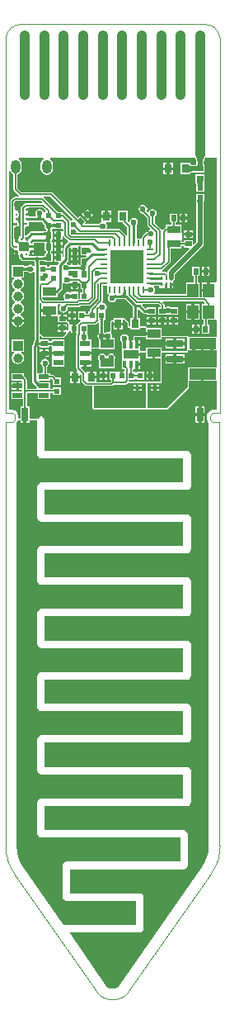
<source format=gtl>
G04*
G04 #@! TF.GenerationSoftware,Altium Limited,Altium Designer,19.0.15 (446)*
G04*
G04 Layer_Physical_Order=1*
G04 Layer_Color=255*
%FSLAX25Y25*%
%MOIN*%
G70*
G01*
G75*
%ADD14C,0.00600*%
%ADD15C,0.01000*%
%ADD16C,0.00050*%
%ADD45R,0.02953X0.03740*%
%ADD46R,0.13386X0.13386*%
%ADD47R,0.00984X0.02756*%
%ADD48R,0.02756X0.00984*%
%ADD49R,0.03937X0.01968*%
%ADD50R,0.02756X0.05512*%
%ADD51C,0.03937*%
%ADD52C,0.01024*%
%ADD53R,0.00984X0.01772*%
%ADD54R,0.04528X0.05512*%
%ADD55R,0.05512X0.02756*%
%ADD56R,0.01968X0.02362*%
%ADD57R,0.02362X0.01968*%
%ADD58R,0.02835X0.03701*%
%ADD59R,0.02126X0.02520*%
%ADD60R,0.02520X0.02126*%
%ADD61R,0.05472X0.03543*%
%ADD62R,0.01083X0.01083*%
%ADD63R,0.11024X0.04528*%
%ADD64R,0.05512X0.03543*%
%ADD65R,0.06693X0.02756*%
%ADD66R,0.06299X0.03504*%
%ADD67R,0.01181X0.02756*%
%ADD68R,0.03937X0.02362*%
%ADD69R,0.02362X0.01575*%
G04:AMPARAMS|DCode=70|XSize=23.62mil|YSize=19.68mil|CornerRadius=0mil|HoleSize=0mil|Usage=FLASHONLY|Rotation=315.000|XOffset=0mil|YOffset=0mil|HoleType=Round|Shape=Rectangle|*
%AMROTATEDRECTD70*
4,1,4,-0.01531,0.00139,-0.00139,0.01531,0.01531,-0.00139,0.00139,-0.01531,-0.01531,0.00139,0.0*
%
%ADD70ROTATEDRECTD70*%

%ADD71C,0.03937*%
%ADD72C,0.00500*%
%ADD73C,0.02000*%
%ADD74C,0.00858*%
%ADD75R,0.03937X0.03937*%
%ADD76O,0.03937X0.05512*%
%ADD77C,0.02362*%
G36*
X85326Y289796D02*
X84913Y289587D01*
X82750D01*
Y286331D01*
X82150D01*
Y285731D01*
X79386D01*
Y283616D01*
X78614D01*
Y289587D01*
X77907D01*
X77907Y289589D01*
X77904Y289689D01*
X77879Y289746D01*
Y292081D01*
X77904Y292138D01*
X77907Y292238D01*
X77907Y292240D01*
X78626D01*
Y295760D01*
X75500D01*
Y292240D01*
X76219D01*
X76219Y292238D01*
X76222Y292138D01*
X76247Y292081D01*
Y289746D01*
X76222Y289689D01*
X76219Y289589D01*
X76219Y289587D01*
X73087D01*
Y284844D01*
X73084Y284844D01*
X72985Y284841D01*
X72928Y284816D01*
X60300D01*
X60240Y284889D01*
X60078Y285316D01*
X60365Y285744D01*
X60495Y286400D01*
X60365Y287056D01*
X59993Y287612D01*
X60097Y288063D01*
X60136Y288118D01*
X60228D01*
Y288128D01*
X60428Y288140D01*
X60576Y288140D01*
X60631Y288163D01*
X61628D01*
X61679Y288140D01*
X61827Y288136D01*
X61938Y288127D01*
X62022Y288113D01*
X62039Y288108D01*
Y287335D01*
X64400D01*
Y288720D01*
X65600D01*
Y287335D01*
X65976D01*
Y287335D01*
X66369D01*
Y288720D01*
X66969D01*
Y289320D01*
X67961D01*
Y290123D01*
X68074Y290198D01*
X68081Y290206D01*
X68413Y290702D01*
X68529Y291287D01*
Y292866D01*
X79781Y304119D01*
X80113Y304615D01*
X80229Y305200D01*
Y320726D01*
X80241Y320754D01*
X80248Y321464D01*
X80282Y322219D01*
X80285Y322247D01*
X80381D01*
X80396Y322637D01*
X80386Y322700D01*
X80410Y322759D01*
X80381Y322830D01*
Y325216D01*
X78927D01*
X78700Y325261D01*
X78473Y325216D01*
X77019D01*
Y322830D01*
X76990Y322759D01*
X77014Y322700D01*
X77004Y322637D01*
X77019Y322247D01*
X77079D01*
X77157Y321119D01*
X77159Y320757D01*
X77171Y320729D01*
Y305834D01*
X76222Y304885D01*
X75760Y305076D01*
Y306594D01*
X72240D01*
Y305891D01*
X72238Y305891D01*
X72138Y305888D01*
X72081Y305863D01*
X71415D01*
X71358Y305888D01*
X71258Y305891D01*
X71256Y305891D01*
Y306565D01*
X71383Y306617D01*
X71541Y307000D01*
Y309000D01*
X71383Y309383D01*
X71256Y309435D01*
Y312831D01*
X68844D01*
X68844Y312833D01*
X68841Y312933D01*
X68816Y312990D01*
Y313581D01*
X68841Y313638D01*
X68844Y313738D01*
X68844Y313740D01*
X69595D01*
Y317260D01*
X66469D01*
Y313740D01*
X67156D01*
X67156Y313738D01*
X67159Y313638D01*
X67184Y313581D01*
Y312990D01*
X67159Y312933D01*
X67156Y312833D01*
X67156Y312831D01*
X64744D01*
Y311727D01*
X64641Y311706D01*
X64376Y311529D01*
X64376Y311529D01*
X63646Y310800D01*
X63541Y310781D01*
X63050Y310872D01*
X63043Y310878D01*
X62977Y310977D01*
X60316Y313638D01*
Y315468D01*
X60340Y315520D01*
X60344Y315590D01*
X60351Y315634D01*
X60364Y315683D01*
X60384Y315737D01*
X60412Y315796D01*
X60449Y315861D01*
X60497Y315932D01*
X60555Y316007D01*
X60625Y316087D01*
X60715Y316179D01*
X60728Y316212D01*
X61084Y316744D01*
X61214Y317400D01*
X61084Y318056D01*
X60712Y318612D01*
X60156Y318984D01*
X59500Y319114D01*
X58844Y318984D01*
X58288Y318612D01*
X57927Y318072D01*
X57825Y318027D01*
X57438Y317906D01*
X57249Y318036D01*
X57232Y318051D01*
X57102Y318187D01*
X57102Y318195D01*
X57111Y318239D01*
X57129Y318295D01*
X57166Y318384D01*
X57166Y318418D01*
X57184Y318444D01*
X57314Y319100D01*
X57184Y319756D01*
X56812Y320312D01*
X56256Y320684D01*
X55600Y320814D01*
X54944Y320684D01*
X54388Y320312D01*
X54016Y319756D01*
X53886Y319100D01*
X54016Y318444D01*
X54388Y317888D01*
X54851Y317578D01*
X54898Y317528D01*
X55297Y317340D01*
X55493Y317234D01*
X55650Y317136D01*
X55702Y317098D01*
X55744Y317063D01*
X55789Y317022D01*
X55845Y317001D01*
X57484Y315362D01*
Y312700D01*
X57484Y312700D01*
X57546Y312388D01*
X57723Y312123D01*
X58585Y311261D01*
X58421Y310719D01*
X58244Y310684D01*
X57688Y310312D01*
X57413Y309900D01*
X57178Y309854D01*
X56913Y309677D01*
X56913Y309677D01*
X55313Y308077D01*
X55136Y307812D01*
X55074Y307500D01*
X54700Y307228D01*
X52972D01*
Y311993D01*
X52994Y312041D01*
X52996Y312146D01*
X53003Y312230D01*
X53014Y312305D01*
X53028Y312373D01*
X53045Y312432D01*
X53064Y312485D01*
X53085Y312531D01*
X53108Y312572D01*
X53133Y312607D01*
X53175Y312659D01*
X53201Y312743D01*
X53470Y313144D01*
X53600Y313800D01*
X53470Y314456D01*
X53098Y315012D01*
X52542Y315384D01*
X51886Y315514D01*
X51230Y315384D01*
X50674Y315012D01*
X50302Y314456D01*
X50240Y314143D01*
X49683Y313903D01*
X49523Y314004D01*
Y318470D01*
X45570D01*
Y313730D01*
X47313D01*
X47315Y313719D01*
X47492Y313455D01*
X49169Y311778D01*
Y308791D01*
X48669Y308639D01*
X48577Y308777D01*
X48577Y308777D01*
X46577Y310777D01*
X46312Y310954D01*
X46000Y311016D01*
X46000Y311016D01*
X41161D01*
X40925Y311457D01*
X40984Y311544D01*
X41114Y312200D01*
X40984Y312856D01*
X40734Y313230D01*
X40968Y313730D01*
X42830D01*
Y315500D01*
X40854D01*
X38877D01*
Y313810D01*
X38744Y313784D01*
X38212Y313428D01*
X38179Y313415D01*
X38087Y313325D01*
X38007Y313255D01*
X37932Y313197D01*
X37861Y313149D01*
X37796Y313112D01*
X37736Y313084D01*
X37683Y313064D01*
X37634Y313051D01*
X37590Y313044D01*
X37520Y313040D01*
X37468Y313016D01*
X32346D01*
X32155Y313478D01*
X32646Y313969D01*
X30269Y316346D01*
X29288Y315366D01*
X18977Y325677D01*
X18712Y325854D01*
X18400Y325916D01*
X18400Y325916D01*
X6438D01*
X4916Y327437D01*
Y332909D01*
X4942Y332966D01*
X4944Y333080D01*
X4951Y333162D01*
X4951Y333165D01*
X5064Y333187D01*
X5881Y333733D01*
X6426Y334549D01*
X6618Y335513D01*
Y337087D01*
X6426Y338051D01*
X5881Y338867D01*
X5382Y339200D01*
X5534Y339700D01*
X15266D01*
X15418Y339200D01*
X14920Y338867D01*
X14374Y338051D01*
X14182Y337087D01*
Y335513D01*
X14374Y334549D01*
X14920Y333733D01*
X15736Y333187D01*
X16699Y332996D01*
X17662Y333187D01*
X18479Y333733D01*
X19025Y334549D01*
X19216Y335513D01*
Y337087D01*
X19025Y338051D01*
X18479Y338867D01*
X17981Y339200D01*
X18132Y339700D01*
X76795D01*
X76804Y339686D01*
X76869Y339561D01*
X76931Y339410D01*
X76988Y339232D01*
X77038Y339028D01*
X77078Y338809D01*
X77149Y338003D01*
X77137Y337459D01*
X77100Y337014D01*
X77096Y336983D01*
X75771Y336949D01*
X75468Y336972D01*
X75208Y337008D01*
X74998Y337056D01*
X74843Y337109D01*
X74743Y337160D01*
X74694Y337198D01*
X74680Y337215D01*
X74678Y337220D01*
X74668Y337306D01*
X74642Y337350D01*
Y337750D01*
X74201D01*
X74130Y337780D01*
X74098Y337766D01*
X74063Y337775D01*
X74019Y337750D01*
X70808D01*
Y333050D01*
X74019D01*
X74063Y333025D01*
X74098Y333034D01*
X74130Y333020D01*
X74201Y333050D01*
X74642D01*
Y333450D01*
X74668Y333494D01*
X74678Y333580D01*
X74681Y333585D01*
X74694Y333602D01*
X74743Y333640D01*
X74843Y333691D01*
X74998Y333744D01*
X75199Y333790D01*
X75785Y333851D01*
X76059Y333857D01*
X76166Y333857D01*
X76940Y333841D01*
Y333837D01*
X77355Y333823D01*
X77392Y333833D01*
X77452Y333808D01*
X77523Y333837D01*
X80460D01*
Y336381D01*
X80489Y336451D01*
X80460Y336522D01*
Y336963D01*
X80319D01*
X80252Y337966D01*
X80291Y338484D01*
X80327Y338731D01*
X80374Y338960D01*
X80429Y339165D01*
X80491Y339346D01*
X80560Y339502D01*
X80634Y339635D01*
X80680Y339700D01*
X85326D01*
X85326Y289796D01*
D02*
G37*
G36*
X80286Y340082D02*
X80175Y339923D01*
X80075Y339744D01*
X79987Y339544D01*
X79911Y339324D01*
X79847Y339085D01*
X79794Y338824D01*
X79753Y338544D01*
X79709Y337968D01*
X79789Y336771D01*
X79821Y336631D01*
X79859Y336531D01*
X79901Y336471D01*
X79948Y336451D01*
X77452D01*
Y334349D01*
X77432Y334359D01*
X77372Y334367D01*
X77272Y334375D01*
X76172Y334398D01*
X76053Y334398D01*
X75750Y334392D01*
X75111Y334325D01*
X74850Y334266D01*
X74630Y334190D01*
X74450Y334098D01*
X74310Y333989D01*
X74211Y333863D01*
X74151Y333721D01*
X74130Y333562D01*
Y337238D01*
X74151Y337079D01*
X74211Y336937D01*
X74310Y336811D01*
X74450Y336702D01*
X74630Y336610D01*
X74850Y336534D01*
X75111Y336475D01*
X75410Y336434D01*
X75750Y336408D01*
X75767Y336408D01*
X77452Y336451D01*
X77499Y336471D01*
X77541Y336531D01*
X77579Y336631D01*
X77611Y336771D01*
X77638Y336951D01*
X77678Y337431D01*
X77691Y338021D01*
X77615Y338882D01*
X77567Y339141D01*
X77509Y339379D01*
X77440Y339595D01*
X77360Y339789D01*
X77270Y339962D01*
X77170Y340113D01*
X80286Y340082D01*
D02*
G37*
G36*
X4640Y333648D02*
X4590Y333628D01*
X4546Y333594D01*
X4507Y333546D01*
X4475Y333486D01*
X4448Y333411D01*
X4427Y333323D01*
X4413Y333222D01*
X4404Y333107D01*
X4401Y332979D01*
X3801D01*
X3798Y333107D01*
X3789Y333222D01*
X3774Y333323D01*
X3754Y333411D01*
X3727Y333486D01*
X3694Y333546D01*
X3656Y333594D01*
X3612Y333628D01*
X3562Y333648D01*
X3505Y333654D01*
X4696D01*
X4640Y333648D01*
D02*
G37*
G36*
X79837Y322739D02*
X79808Y322679D01*
X79783Y322579D01*
X79761Y322439D01*
X79742Y322259D01*
X79707Y321479D01*
X79700Y320759D01*
X77700D01*
X77698Y321139D01*
X77592Y322679D01*
X77563Y322739D01*
X77531Y322759D01*
X79869D01*
X79837Y322739D01*
D02*
G37*
G36*
X16074Y318672D02*
X15992Y318078D01*
X15860Y317982D01*
X15361Y318090D01*
X15012Y318612D01*
X14456Y318984D01*
X13800Y319114D01*
X13144Y318984D01*
X12588Y318612D01*
X12216Y318056D01*
X12086Y317400D01*
X12216Y316744D01*
X12339Y316560D01*
X12306Y316311D01*
X12290Y316274D01*
X12089Y316035D01*
X9553D01*
X9366Y316384D01*
X8369D01*
Y317584D01*
X9184D01*
X9098Y317714D01*
Y318223D01*
X9184Y318353D01*
X8369D01*
Y319553D01*
X9467D01*
X9631Y319784D01*
X14962D01*
X16074Y318672D01*
D02*
G37*
G36*
X17803Y317924D02*
X17812Y317820D01*
X17827Y317729D01*
X17848Y317649D01*
X17875Y317582D01*
X17908Y317527D01*
X17947Y317484D01*
X17992Y317453D01*
X18043Y317435D01*
X18100Y317429D01*
X16900D01*
X16957Y317435D01*
X17008Y317453D01*
X17053Y317484D01*
X17092Y317527D01*
X17125Y317582D01*
X17152Y317649D01*
X17173Y317729D01*
X17188Y317820D01*
X17197Y317924D01*
X17200Y318041D01*
X17800D01*
X17803Y317924D01*
D02*
G37*
G36*
X56620Y318482D02*
X56586Y318374D01*
X56565Y318269D01*
X56557Y318168D01*
X56563Y318071D01*
X56581Y317977D01*
X56613Y317887D01*
X56658Y317800D01*
X56716Y317717D01*
X56787Y317637D01*
X56157Y317419D01*
X56099Y317473D01*
X56031Y317528D01*
X55953Y317584D01*
X55767Y317701D01*
X55541Y317824D01*
X55128Y318018D01*
X56667Y318594D01*
X56620Y318482D01*
D02*
G37*
G36*
X20643Y317754D02*
X20854Y317576D01*
X20949Y317510D01*
X21037Y317459D01*
X21118Y317423D01*
X21193Y317402D01*
X21261Y317396D01*
X21322Y317405D01*
X21376Y317429D01*
X20343Y316789D01*
X20384Y316826D01*
X20407Y316874D01*
X20411Y316932D01*
X20395Y317001D01*
X20361Y317080D01*
X20308Y317170D01*
X20236Y317271D01*
X20145Y317383D01*
X19907Y317638D01*
X20528Y317865D01*
X20643Y317754D01*
D02*
G37*
G36*
X22661Y316906D02*
X22675Y316884D01*
X22697Y316864D01*
X22728Y316847D01*
X22768Y316833D01*
X22817Y316821D01*
X22874Y316812D01*
X22941Y316805D01*
X23100Y316800D01*
Y316200D01*
X23016Y316199D01*
X22874Y316188D01*
X22817Y316179D01*
X22768Y316167D01*
X22728Y316153D01*
X22697Y316136D01*
X22675Y316116D01*
X22661Y316094D01*
X22657Y316069D01*
Y316931D01*
X22661Y316906D01*
D02*
G37*
G36*
X60227Y316454D02*
X60137Y316351D01*
X60058Y316249D01*
X59990Y316147D01*
X59932Y316047D01*
X59884Y315946D01*
X59847Y315846D01*
X59821Y315746D01*
X59805Y315648D01*
X59800Y315549D01*
X59200D01*
X59195Y315648D01*
X59179Y315746D01*
X59153Y315846D01*
X59116Y315946D01*
X59068Y316047D01*
X59010Y316147D01*
X58942Y316249D01*
X58863Y316351D01*
X58773Y316454D01*
X58673Y316557D01*
X60327D01*
X60227Y316454D01*
D02*
G37*
G36*
X18626Y316110D02*
X18602Y316062D01*
X18598Y316003D01*
X18611Y315934D01*
X18644Y315854D01*
X18696Y315764D01*
X18767Y315664D01*
X18857Y315553D01*
X19093Y315299D01*
X18472Y315072D01*
X18358Y315182D01*
X18149Y315357D01*
X18055Y315422D01*
X17966Y315472D01*
X17885Y315507D01*
X17810Y315527D01*
X17741Y315531D01*
X17679Y315521D01*
X17624Y315496D01*
X18669Y316148D01*
X18626Y316110D01*
D02*
G37*
G36*
X14565Y316490D02*
X14509Y316417D01*
X14460Y316338D01*
X14418Y316253D01*
X14382Y316163D01*
X14352Y316066D01*
X14351Y316061D01*
X14364Y316006D01*
X14414Y315876D01*
X14479Y315766D01*
X14558Y315676D01*
X14651Y315606D01*
X14758Y315556D01*
X14880Y315526D01*
X15016Y315516D01*
X13800Y314516D01*
X12300Y315516D01*
X12490Y315526D01*
X12660Y315556D01*
X12810Y315606D01*
X12940Y315676D01*
X13050Y315766D01*
X13140Y315876D01*
X13210Y316006D01*
X13239Y316094D01*
X13218Y316163D01*
X13182Y316253D01*
X13140Y316338D01*
X13091Y316417D01*
X13035Y316490D01*
X12973Y316557D01*
X14627D01*
X14565Y316490D01*
D02*
G37*
G36*
X27169Y315178D02*
X27004Y314635D01*
X26744Y314584D01*
X26511Y314428D01*
X26025Y314704D01*
X25977Y314777D01*
X25977Y314777D01*
X23677Y317077D01*
X23412Y317254D01*
X23231Y317290D01*
X23181Y317312D01*
Y317953D01*
X21504D01*
X21500Y317956D01*
X21483Y317953D01*
X21264D01*
X21239Y317967D01*
X21183Y318006D01*
X21006Y318156D01*
X20903Y318255D01*
X20844Y318278D01*
X15345Y323777D01*
X15334Y323784D01*
X15486Y324284D01*
X18062D01*
X27169Y315178D01*
D02*
G37*
G36*
X15152Y313437D02*
X15153Y313435D01*
X15164Y313425D01*
X15210Y313380D01*
X15228Y313331D01*
X15601Y312932D01*
X15725Y312778D01*
X15819Y312646D01*
X15819Y312645D01*
Y312382D01*
X15807Y312362D01*
X15819Y312316D01*
X15802Y312271D01*
X15819Y312233D01*
Y311047D01*
X16047D01*
X16331Y310612D01*
X16182Y310275D01*
X15455Y310241D01*
X15410Y310220D01*
X10582D01*
X10192Y310142D01*
X9861Y309921D01*
X8587Y308646D01*
X8536Y308626D01*
X8404Y308497D01*
X8316Y308416D01*
X8228Y308425D01*
X7816Y308650D01*
Y311644D01*
X8312Y312027D01*
X8369Y312016D01*
X8763Y312094D01*
X9098Y312318D01*
X9322Y312652D01*
X9400Y313047D01*
X9322Y313442D01*
X9285Y313496D01*
X9553Y313996D01*
X13712D01*
X13748Y313977D01*
X13810Y313996D01*
X13850D01*
X13906Y313985D01*
X13923Y313996D01*
X14593D01*
X15152Y313437D01*
D02*
G37*
G36*
X68543Y314258D02*
X68492Y314240D01*
X68447Y314209D01*
X68408Y314166D01*
X68375Y314111D01*
X68348Y314044D01*
X68327Y313964D01*
X68312Y313873D01*
X68303Y313768D01*
X68300Y313652D01*
X67700D01*
X67697Y313768D01*
X67688Y313873D01*
X67673Y313964D01*
X67652Y314044D01*
X67625Y314111D01*
X67592Y314166D01*
X67553Y314209D01*
X67508Y314240D01*
X67457Y314258D01*
X67400Y314264D01*
X68600D01*
X68543Y314258D01*
D02*
G37*
G36*
X20331Y311559D02*
X20321Y311649D01*
X20291Y311729D01*
X20241Y311800D01*
X20171Y311861D01*
X20081Y311913D01*
X19971Y311956D01*
X19841Y311989D01*
X19691Y312013D01*
X19521Y312027D01*
X19500Y312027D01*
X19479Y312027D01*
X19309Y312013D01*
X19159Y311989D01*
X19029Y311956D01*
X18919Y311913D01*
X18829Y311861D01*
X18759Y311800D01*
X18709Y311729D01*
X18679Y311649D01*
X18669Y311559D01*
Y313504D01*
X18679Y313414D01*
X18709Y313334D01*
X18759Y313263D01*
X18829Y313201D01*
X18919Y313149D01*
X19029Y313107D01*
X19159Y313074D01*
X19309Y313050D01*
X19479Y313036D01*
X19500Y313036D01*
X19521Y313036D01*
X19691Y313050D01*
X19841Y313074D01*
X19971Y313107D01*
X20081Y313149D01*
X20171Y313201D01*
X20241Y313263D01*
X20291Y313334D01*
X20321Y313414D01*
X20331Y313504D01*
Y311559D01*
D02*
G37*
G36*
X7306Y313833D02*
X7324Y313731D01*
X7354Y313641D01*
X7396Y313563D01*
X7450Y313497D01*
X7516Y313443D01*
X7594Y313401D01*
X7684Y313371D01*
X7715Y313366D01*
X7813Y313372D01*
X7878Y313384D01*
X7934Y313397D01*
X7982Y313412D01*
X8021Y313429D01*
X8051Y313448D01*
Y312646D01*
X8021Y312665D01*
X7982Y312683D01*
X7934Y312698D01*
X7878Y312711D01*
X7813Y312722D01*
X7727Y312731D01*
X7684Y312723D01*
X7594Y312693D01*
X7516Y312651D01*
X7450Y312597D01*
X7396Y312531D01*
X7354Y312453D01*
X7324Y312363D01*
X7306Y312261D01*
X7300Y312147D01*
X6700Y313047D01*
X7300Y313947D01*
X7306Y313833D01*
D02*
G37*
G36*
X3106Y313786D02*
X3124Y313684D01*
X3154Y313594D01*
X3196Y313516D01*
X3250Y313450D01*
X3316Y313396D01*
X3394Y313354D01*
X3484Y313324D01*
X3577Y313307D01*
X3766Y313321D01*
X3841Y313334D01*
X3909Y313348D01*
X3968Y313366D01*
X4019Y313386D01*
X4062Y313409D01*
X4097Y313435D01*
X4131Y312633D01*
X4108Y312646D01*
X4074Y312657D01*
X4031Y312667D01*
X3979Y312676D01*
X3843Y312689D01*
X3669Y312697D01*
X3653Y312698D01*
X3586Y312694D01*
X3484Y312676D01*
X3394Y312646D01*
X3316Y312604D01*
X3250Y312550D01*
X3196Y312484D01*
X3154Y312406D01*
X3124Y312316D01*
X3106Y312214D01*
X3100Y312100D01*
X2500Y313000D01*
X3100Y313900D01*
X3106Y313786D01*
D02*
G37*
G36*
X68303Y312802D02*
X68312Y312698D01*
X68327Y312607D01*
X68348Y312527D01*
X68375Y312460D01*
X68408Y312405D01*
X68447Y312362D01*
X68492Y312331D01*
X68543Y312313D01*
X68600Y312307D01*
X67400D01*
X67457Y312313D01*
X67508Y312331D01*
X67553Y312362D01*
X67592Y312405D01*
X67625Y312460D01*
X67652Y312527D01*
X67673Y312607D01*
X67688Y312698D01*
X67697Y312802D01*
X67700Y312919D01*
X68300D01*
X68303Y312802D01*
D02*
G37*
G36*
X16725Y314020D02*
X17083Y313719D01*
X17243Y313607D01*
X17390Y313522D01*
X17525Y313463D01*
X17648Y313431D01*
X17759Y313425D01*
X17856Y313445D01*
X17942Y313492D01*
X16343Y312286D01*
X16407Y312354D01*
X16441Y312439D01*
X16445Y312539D01*
X16418Y312656D01*
X16361Y312789D01*
X16274Y312939D01*
X16157Y313105D01*
X16010Y313287D01*
X15624Y313701D01*
X16528Y314211D01*
X16725Y314020D01*
D02*
G37*
G36*
X14899Y321916D02*
X14692Y321416D01*
X8000D01*
X7688Y321354D01*
X7423Y321177D01*
X7423Y321177D01*
X6423Y320177D01*
X6246Y319912D01*
X6184Y319600D01*
X6184Y319600D01*
Y313176D01*
X6169Y313153D01*
X6184Y313077D01*
Y313017D01*
X6169Y312941D01*
X6184Y312919D01*
Y308043D01*
X5374D01*
Y307010D01*
X5047D01*
Y305968D01*
X3847D01*
Y307010D01*
X3616D01*
Y311667D01*
X3668Y311800D01*
X3750Y311916D01*
X4016Y312060D01*
X4091Y312073D01*
X4141Y312073D01*
X4431Y312016D01*
X4826Y312094D01*
X5161Y312318D01*
X5385Y312652D01*
X5463Y313047D01*
X5385Y313442D01*
X5161Y313777D01*
Y314286D01*
X5248Y314416D01*
X4431D01*
Y315616D01*
X5248D01*
X5161Y315745D01*
Y316255D01*
X5385Y316589D01*
X5463Y316984D01*
X5385Y317379D01*
X5161Y317714D01*
Y318223D01*
X5248Y318353D01*
X4431D01*
Y318953D01*
X3831D01*
Y320062D01*
X3616Y320226D01*
Y321862D01*
X4138Y322384D01*
X14431D01*
X14899Y321916D01*
D02*
G37*
G36*
X52701Y312935D02*
X52649Y312859D01*
X52603Y312778D01*
X52563Y312691D01*
X52529Y312599D01*
X52502Y312501D01*
X52480Y312398D01*
X52465Y312289D01*
X52456Y312175D01*
X52453Y312055D01*
X51453Y311993D01*
X51449Y312113D01*
X51439Y312227D01*
X51422Y312334D01*
X51398Y312436D01*
X51367Y312531D01*
X51329Y312619D01*
X51284Y312702D01*
X51232Y312778D01*
X51174Y312848D01*
X51108Y312911D01*
X52759Y313005D01*
X52701Y312935D01*
D02*
G37*
G36*
X28583Y312845D02*
X28592Y312709D01*
X28609Y312581D01*
X28632Y312461D01*
X28662Y312348D01*
X28700Y312244D01*
X28745Y312147D01*
X28796Y312058D01*
X28855Y311977D01*
X28921Y311903D01*
X28497Y311479D01*
X28423Y311545D01*
X28342Y311604D01*
X28253Y311655D01*
X28156Y311700D01*
X28052Y311738D01*
X27939Y311768D01*
X27819Y311791D01*
X27691Y311808D01*
X27555Y311817D01*
X27412Y311819D01*
X28581Y312988D01*
X28583Y312845D01*
D02*
G37*
G36*
X38557Y311373D02*
X38454Y311473D01*
X38351Y311563D01*
X38249Y311642D01*
X38148Y311710D01*
X38047Y311768D01*
X37946Y311816D01*
X37846Y311853D01*
X37747Y311879D01*
X37648Y311895D01*
X37549Y311900D01*
Y312500D01*
X37648Y312505D01*
X37747Y312521D01*
X37846Y312547D01*
X37946Y312584D01*
X38047Y312632D01*
X38148Y312690D01*
X38249Y312758D01*
X38351Y312837D01*
X38454Y312927D01*
X38557Y313027D01*
Y311373D01*
D02*
G37*
G36*
X65256Y310649D02*
X65253Y310650D01*
X65244Y310651D01*
X65010Y310653D01*
X64953Y310653D01*
Y311253D01*
X65256Y311256D01*
Y310649D01*
D02*
G37*
G36*
X18437Y311549D02*
X18351Y311519D01*
X18277Y311469D01*
X18212Y311399D01*
X18157Y311309D01*
X18112Y311199D01*
X18077Y311069D01*
X18052Y310919D01*
X18036Y310749D01*
X18034Y310653D01*
X18036Y310556D01*
X18052Y310384D01*
X18077Y310232D01*
X18112Y310100D01*
X18157Y309989D01*
X18212Y309898D01*
X18277Y309827D01*
X18351Y309776D01*
X18437Y309746D01*
X18531Y309736D01*
X16532D01*
X16626Y309746D01*
X16712Y309776D01*
X16786Y309827D01*
X16851Y309898D01*
X16906Y309989D01*
X16951Y310100D01*
X16986Y310232D01*
X17011Y310384D01*
X17027Y310556D01*
X17029Y310653D01*
X17027Y310749D01*
X17011Y310919D01*
X16986Y311069D01*
X16951Y311199D01*
X16906Y311309D01*
X16851Y311399D01*
X16786Y311469D01*
X16712Y311519D01*
X16626Y311549D01*
X16532Y311559D01*
X18531D01*
X18437Y311549D01*
D02*
G37*
G36*
X16480Y308200D02*
X16470Y308295D01*
X16441Y308380D01*
X16390Y308455D01*
X16320Y308520D01*
X16230Y308575D01*
X16120Y308620D01*
X15991Y308655D01*
X15841Y308680D01*
X15671Y308695D01*
X15481Y308700D01*
Y309700D01*
X16480Y309748D01*
Y308200D01*
D02*
G37*
G36*
X56191Y307202D02*
X56206Y307010D01*
X56219Y306932D01*
X56235Y306866D01*
X56255Y306812D01*
X56278Y306770D01*
X56305Y306740D01*
X56336Y306722D01*
X56370Y306716D01*
X55410D01*
X55444Y306722D01*
X55475Y306740D01*
X55502Y306770D01*
X55525Y306812D01*
X55545Y306866D01*
X55561Y306932D01*
X55573Y307010D01*
X55583Y307100D01*
X55590Y307316D01*
X56190D01*
X56191Y307202D01*
D02*
G37*
G36*
X50286D02*
X50301Y307010D01*
X50313Y306932D01*
X50329Y306866D01*
X50349Y306812D01*
X50372Y306770D01*
X50400Y306740D01*
X50430Y306722D01*
X50464Y306716D01*
X49504D01*
X49538Y306722D01*
X49569Y306740D01*
X49596Y306770D01*
X49619Y306812D01*
X49639Y306866D01*
X49655Y306932D01*
X49668Y307010D01*
X49677Y307100D01*
X49684Y307316D01*
X50284D01*
X50286Y307202D01*
D02*
G37*
G36*
X48302D02*
X48318Y307010D01*
X48331Y306932D01*
X48349Y306866D01*
X48371Y306812D01*
X48396Y306770D01*
X48425Y306740D01*
X48459Y306722D01*
X48496Y306716D01*
X47536D01*
X47567Y306722D01*
X47595Y306740D01*
X47620Y306770D01*
X47641Y306812D01*
X47659Y306866D01*
X47674Y306932D01*
X47685Y307010D01*
X47693Y307100D01*
X47700Y307316D01*
X48300D01*
X48302Y307202D01*
D02*
G37*
G36*
X46349D02*
X46363Y307010D01*
X46376Y306932D01*
X46392Y306866D01*
X46412Y306812D01*
X46435Y306770D01*
X46463Y306740D01*
X46493Y306722D01*
X46527Y306716D01*
X45567D01*
X45601Y306722D01*
X45632Y306740D01*
X45659Y306770D01*
X45682Y306812D01*
X45702Y306866D01*
X45718Y306932D01*
X45731Y307010D01*
X45740Y307100D01*
X45747Y307316D01*
X46347D01*
X46349Y307202D01*
D02*
G37*
G36*
X44384Y306716D02*
X43774D01*
X43775Y306719D01*
X43776Y306729D01*
X43777Y306765D01*
X43779Y307021D01*
X44379D01*
X44384Y306716D01*
D02*
G37*
G36*
X9621Y307531D02*
X9486Y307393D01*
X9168Y307023D01*
X9090Y306913D01*
X9027Y306811D01*
X8977Y306716D01*
X8942Y306627D01*
X8921Y306546D01*
X8914Y306473D01*
X7855Y307531D01*
X7929Y307538D01*
X8010Y307560D01*
X8098Y307595D01*
X8193Y307644D01*
X8295Y307708D01*
X8405Y307786D01*
X8645Y307984D01*
X8776Y308104D01*
X8914Y308238D01*
X9621Y307531D01*
D02*
G37*
G36*
X17522Y307264D02*
X18284D01*
X18236Y307257D01*
X18193Y307234D01*
X18155Y307195D01*
X18122Y307142D01*
X18094Y307073D01*
X18072Y306989D01*
X18054Y306890D01*
X18042Y306775D01*
X18032Y306500D01*
X17863Y306248D01*
X18032D01*
X18036Y306056D01*
X18052Y305884D01*
X18077Y305732D01*
X18112Y305600D01*
X18157Y305489D01*
X18212Y305398D01*
X18277Y305327D01*
X18351Y305276D01*
X18437Y305246D01*
X18531Y305236D01*
X17189D01*
X17031Y305000D01*
X17021Y305190D01*
X17013Y305236D01*
X16532D01*
X16626Y305246D01*
X16712Y305276D01*
X16786Y305327D01*
X16851Y305398D01*
X16906Y305489D01*
X16926Y305538D01*
X16872Y305640D01*
X16781Y305750D01*
X16671Y305840D01*
X16542Y305910D01*
X16391Y305960D01*
X16221Y305990D01*
X16032Y306000D01*
Y307000D01*
X16221Y307010D01*
X16391Y307040D01*
X16542Y307090D01*
X16671Y307160D01*
X16781Y307250D01*
X16792Y307262D01*
X16779Y307264D01*
X16793D01*
X16872Y307360D01*
X16941Y307490D01*
X16992Y307640D01*
X17021Y307810D01*
X17031Y308000D01*
X17522Y307264D01*
D02*
G37*
G36*
X41642Y304750D02*
X41636Y304807D01*
X41618Y304858D01*
X41587Y304903D01*
X41544Y304942D01*
X41489Y304975D01*
X41422Y305002D01*
X41342Y305023D01*
X41250Y305038D01*
X41146Y305047D01*
X41030Y305050D01*
Y305650D01*
X41146Y305653D01*
X41250Y305662D01*
X41342Y305677D01*
X41422Y305698D01*
X41489Y305725D01*
X41544Y305758D01*
X41587Y305797D01*
X41618Y305842D01*
X41636Y305893D01*
X41642Y305950D01*
Y304750D01*
D02*
G37*
G36*
X72764Y304447D02*
X72758Y304504D01*
X72740Y304555D01*
X72709Y304600D01*
X72666Y304639D01*
X72611Y304672D01*
X72544Y304699D01*
X72464Y304720D01*
X72373Y304735D01*
X72268Y304744D01*
X72152Y304747D01*
Y305347D01*
X72268Y305350D01*
X72373Y305359D01*
X72464Y305374D01*
X72544Y305395D01*
X72611Y305422D01*
X72666Y305455D01*
X72709Y305494D01*
X72740Y305539D01*
X72758Y305590D01*
X72764Y305647D01*
Y304447D01*
D02*
G37*
G36*
X70738Y305590D02*
X70756Y305539D01*
X70787Y305494D01*
X70830Y305455D01*
X70885Y305422D01*
X70952Y305395D01*
X71032Y305374D01*
X71124Y305359D01*
X71228Y305350D01*
X71344Y305347D01*
Y304747D01*
X71228Y304744D01*
X71124Y304735D01*
X71032Y304720D01*
X70952Y304699D01*
X70885Y304672D01*
X70830Y304639D01*
X70787Y304600D01*
X70756Y304555D01*
X70738Y304504D01*
X70732Y304447D01*
Y305647D01*
X70738Y305590D01*
D02*
G37*
G36*
X3930Y303482D02*
X3925Y303523D01*
X3909Y303560D01*
X3882Y303593D01*
X3845Y303622D01*
X3797Y303645D01*
X3739Y303665D01*
X3670Y303680D01*
X3591Y303691D01*
X3501Y303698D01*
X3400Y303700D01*
Y304300D01*
X3501Y304302D01*
X3670Y304320D01*
X3739Y304335D01*
X3797Y304355D01*
X3845Y304378D01*
X3882Y304407D01*
X3909Y304439D01*
X3925Y304476D01*
X3930Y304518D01*
Y303482D01*
D02*
G37*
G36*
X59227Y304753D02*
X59137Y304651D01*
X59058Y304549D01*
X58990Y304448D01*
X58932Y304346D01*
X58884Y304246D01*
X58847Y304146D01*
X58821Y304047D01*
X58805Y303947D01*
X58802Y303888D01*
X58803Y303854D01*
X58812Y303750D01*
X58827Y303658D01*
X58848Y303578D01*
X58875Y303511D01*
X58908Y303456D01*
X58947Y303413D01*
X58992Y303382D01*
X59043Y303364D01*
X59100Y303358D01*
X57900D01*
X57957Y303364D01*
X58008Y303382D01*
X58053Y303413D01*
X58092Y303456D01*
X58125Y303511D01*
X58152Y303578D01*
X58173Y303658D01*
X58188Y303750D01*
X58197Y303854D01*
X58198Y303888D01*
X58195Y303947D01*
X58179Y304047D01*
X58153Y304146D01*
X58116Y304246D01*
X58068Y304346D01*
X58010Y304448D01*
X57942Y304549D01*
X57863Y304651D01*
X57773Y304753D01*
X57673Y304856D01*
X59327D01*
X59227Y304753D01*
D02*
G37*
G36*
X66543Y303687D02*
X66492Y303669D01*
X66447Y303638D01*
X66408Y303595D01*
X66375Y303540D01*
X66348Y303473D01*
X66327Y303393D01*
X66312Y303302D01*
X66303Y303198D01*
X66300Y303081D01*
X65700D01*
X65697Y303198D01*
X65688Y303302D01*
X65673Y303393D01*
X65652Y303473D01*
X65625Y303540D01*
X65592Y303595D01*
X65553Y303638D01*
X65508Y303669D01*
X65457Y303687D01*
X65400Y303693D01*
X66600D01*
X66543Y303687D01*
D02*
G37*
G36*
X30406Y304045D02*
Y300540D01*
X32560D01*
X32574Y300524D01*
X32728Y300040D01*
X32450Y299781D01*
X32298Y299658D01*
X32167Y299566D01*
X32155Y299560D01*
X31918D01*
X31877Y299584D01*
X31832Y299572D01*
X31788Y299589D01*
X31723Y299560D01*
X30406D01*
Y296757D01*
X30183Y296623D01*
X29945Y296535D01*
X29782Y296635D01*
X29721Y296689D01*
X29644Y296789D01*
X29594Y296894D01*
Y297200D01*
X28032D01*
X26469D01*
Y296852D01*
X26412Y296768D01*
X26289Y296644D01*
X26026Y296463D01*
X25969Y296457D01*
X25936Y296462D01*
X25872Y296476D01*
X25816Y296493D01*
X25768Y296512D01*
X25727Y296533D01*
X25691Y296555D01*
X25659Y296579D01*
X25611Y296624D01*
X25573Y296638D01*
X25056Y296984D01*
X24870Y297021D01*
X24705Y297563D01*
X25321Y298179D01*
X25542Y298510D01*
X25620Y298900D01*
Y303178D01*
X26007Y303565D01*
X26469Y303373D01*
Y302900D01*
X28032D01*
X29594D01*
Y304045D01*
X30000Y304273D01*
X30406Y304045D01*
D02*
G37*
G36*
X18437Y302754D02*
X18351Y302724D01*
X18277Y302673D01*
X18212Y302602D01*
X18157Y302511D01*
X18112Y302400D01*
X18077Y302268D01*
X18052Y302116D01*
X18036Y301944D01*
X18032Y301752D01*
X17031D01*
X17027Y301944D01*
X17011Y302116D01*
X16986Y302268D01*
X16951Y302400D01*
X16906Y302511D01*
X16851Y302602D01*
X16786Y302673D01*
X16712Y302724D01*
X16626Y302754D01*
X16532Y302764D01*
X18531D01*
X18437Y302754D01*
D02*
G37*
G36*
X33029Y303189D02*
X33059Y303108D01*
X33108Y303035D01*
X33176Y302973D01*
X33265Y302920D01*
X33373Y302877D01*
X33500Y302843D01*
X33647Y302819D01*
X33814Y302805D01*
X34000Y302800D01*
Y301800D01*
X33814Y301795D01*
X33647Y301781D01*
X33500Y301757D01*
X33373Y301723D01*
X33265Y301680D01*
X33176Y301627D01*
X33108Y301565D01*
X33059Y301493D01*
X33029Y301411D01*
X33020Y301320D01*
Y303280D01*
X33029Y303189D01*
D02*
G37*
G36*
X18036Y301556D02*
X18052Y301383D01*
X18077Y301232D01*
X18112Y301100D01*
X18157Y300989D01*
X18212Y300898D01*
X18277Y300827D01*
X18351Y300776D01*
X18437Y300746D01*
X18531Y300736D01*
X16532D01*
X16626Y300746D01*
X16712Y300776D01*
X16786Y300827D01*
X16851Y300898D01*
X16906Y300989D01*
X16951Y301100D01*
X16986Y301232D01*
X17011Y301383D01*
X17027Y301556D01*
X17031Y301748D01*
X18032D01*
X18036Y301556D01*
D02*
G37*
G36*
X59721Y301367D02*
X59737Y301337D01*
X59762Y301309D01*
X59797Y301286D01*
X59843Y301266D01*
X59898Y301250D01*
X59964Y301238D01*
X60040Y301228D01*
X60125Y301223D01*
X60221Y301221D01*
Y300621D01*
X60125Y300620D01*
X59964Y300605D01*
X59898Y300592D01*
X59843Y300576D01*
X59797Y300556D01*
X59762Y300533D01*
X59737Y300506D01*
X59721Y300475D01*
X59716Y300441D01*
Y301401D01*
X59721Y301367D01*
D02*
G37*
G36*
X8862Y305934D02*
X9035Y305841D01*
X9311Y305635D01*
Y304600D01*
X11394D01*
Y304927D01*
Y305480D01*
X15959D01*
X15969Y305476D01*
Y302240D01*
X16432D01*
X16437Y302228D01*
X16457Y302154D01*
X16474Y302049D01*
X16486Y301914D01*
X16490Y301750D01*
X16486Y301586D01*
X16474Y301451D01*
X16457Y301345D01*
X16437Y301272D01*
X16432Y301260D01*
X15969D01*
Y300305D01*
X15967Y300302D01*
X15947Y300294D01*
X15875Y300274D01*
X15772Y300257D01*
X15639Y300246D01*
X15466Y300241D01*
X15418Y300220D01*
X12823D01*
X12806Y300231D01*
X12750Y300220D01*
X12650D01*
X12594Y300231D01*
X12577Y300220D01*
X9426D01*
Y300990D01*
X9753D01*
Y302031D01*
X10353D01*
Y302631D01*
X11394D01*
Y302959D01*
Y303400D01*
X9311D01*
Y302039D01*
X5489D01*
Y305961D01*
X8812D01*
X8862Y305934D01*
D02*
G37*
G36*
X6939Y300463D02*
X6934Y300445D01*
X6930Y300416D01*
X6926Y300375D01*
X6917Y300095D01*
X6916Y299884D01*
X5916D01*
X5886Y300469D01*
X6945D01*
X6939Y300463D01*
D02*
G37*
G36*
X19819Y311047D02*
Y311047D01*
X20310Y311027D01*
X20331Y311018D01*
X20360Y311030D01*
X20391Y311021D01*
X20438Y311047D01*
X23181D01*
X23384Y310631D01*
Y310614D01*
X23031Y310260D01*
X22884Y310260D01*
X22069D01*
Y308500D01*
Y306740D01*
X23031D01*
Y308009D01*
X23531Y308160D01*
X23623Y308023D01*
X25258Y306388D01*
X25314Y305847D01*
X25277Y305719D01*
X23879Y304321D01*
X23658Y303990D01*
X23580Y303600D01*
Y299741D01*
X23531Y299708D01*
X23031Y299975D01*
Y301260D01*
X22069D01*
Y299500D01*
X21468D01*
Y298900D01*
X19906D01*
Y297740D01*
X21345D01*
X21536Y297278D01*
X21479Y297221D01*
X21258Y296890D01*
X21180Y296500D01*
Y296453D01*
X17819D01*
Y295760D01*
X17817Y295760D01*
X17758Y295733D01*
X16742D01*
X16683Y295760D01*
X16681Y295760D01*
Y296453D01*
X13720D01*
Y297628D01*
X13740Y297672D01*
X13749Y297829D01*
X13766Y297927D01*
X13789Y297995D01*
X13812Y298038D01*
X13835Y298065D01*
X13862Y298088D01*
X13905Y298111D01*
X13973Y298134D01*
X14072Y298151D01*
X14228Y298160D01*
X14266Y298177D01*
X14306Y298169D01*
X14323Y298180D01*
X15419D01*
X15468Y298159D01*
X15643Y298155D01*
X15779Y298144D01*
X15887Y298128D01*
X15964Y298110D01*
X15969Y298108D01*
Y297740D01*
X16410D01*
X16480Y297711D01*
X16511Y297724D01*
X16544Y297715D01*
X16589Y297740D01*
X19094D01*
Y301260D01*
X18631D01*
X18626Y301272D01*
X18606Y301345D01*
X18589Y301451D01*
X18577Y301586D01*
X18573Y301750D01*
X18577Y301914D01*
X18589Y302049D01*
X18606Y302154D01*
X18626Y302228D01*
X18631Y302240D01*
X19094D01*
Y305760D01*
X18631D01*
X18626Y305772D01*
X18606Y305845D01*
X18589Y305951D01*
X18577Y306086D01*
X18573Y306244D01*
X18575Y306268D01*
X18672Y306504D01*
X18907Y306740D01*
X19094D01*
Y310260D01*
X18894D01*
X18652Y310682D01*
X18758Y310861D01*
X19181Y311047D01*
Y311047D01*
X19500Y311223D01*
X19819Y311047D01*
D02*
G37*
G36*
X33426Y299383D02*
X33444Y299399D01*
Y299352D01*
X33727Y298851D01*
X33538Y298655D01*
X33238Y298299D01*
X33150Y298171D01*
X33126Y298127D01*
X33087Y298042D01*
X33058Y297957D01*
X33037Y297872D01*
X33024Y297787D01*
X33020Y297703D01*
Y297934D01*
X32987Y297856D01*
X32955Y297733D01*
X32950Y297622D01*
X32972Y297523D01*
X33020Y297437D01*
X32752Y297791D01*
X32684Y297715D01*
X32184Y298216D01*
X32205Y298223D01*
X32239Y298244D01*
X32286Y298279D01*
X32345Y298330D01*
X31802Y299048D01*
X31871Y298982D01*
X31956Y298947D01*
X32057Y298942D01*
X32175Y298968D01*
X32308Y299023D01*
X32457Y299109D01*
X32623Y299225D01*
X32805Y299372D01*
X33216Y299755D01*
X33426Y299383D01*
D02*
G37*
G36*
X59722Y299389D02*
X59740Y299349D01*
X59769Y299314D01*
X59810Y299284D01*
X59862Y299258D01*
X59926Y299237D01*
X60002Y299221D01*
X60090Y299209D01*
X60189Y299202D01*
X60300Y299200D01*
Y298600D01*
X60189Y298599D01*
X59926Y298580D01*
X59862Y298568D01*
X59810Y298554D01*
X59769Y298538D01*
X59740Y298518D01*
X59722Y298497D01*
X59716Y298473D01*
Y299433D01*
X59722Y299389D01*
D02*
G37*
G36*
X38284Y298473D02*
X38278Y298507D01*
X38260Y298537D01*
X38230Y298565D01*
X38188Y298588D01*
X38134Y298608D01*
X38068Y298624D01*
X37990Y298637D01*
X37900Y298646D01*
X37684Y298653D01*
Y299253D01*
X37798Y299255D01*
X37990Y299269D01*
X38068Y299282D01*
X38134Y299298D01*
X38188Y299318D01*
X38230Y299341D01*
X38260Y299368D01*
X38278Y299399D01*
X38284Y299433D01*
Y298473D01*
D02*
G37*
G36*
X16480Y298252D02*
X16470Y298337D01*
X16441Y298413D01*
X16390Y298481D01*
X16320Y298539D01*
X16230Y298588D01*
X16120Y298628D01*
X15991Y298660D01*
X15841Y298682D01*
X15671Y298695D01*
X15481Y298700D01*
Y299700D01*
X15671Y299705D01*
X15841Y299720D01*
X15991Y299745D01*
X16120Y299780D01*
X16230Y299825D01*
X16320Y299880D01*
X16390Y299945D01*
X16441Y300020D01*
X16470Y300105D01*
X16480Y300200D01*
Y298252D01*
D02*
G37*
G36*
X14200Y298700D02*
X14010Y298690D01*
X13840Y298660D01*
X13690Y298610D01*
X13560Y298540D01*
X13450Y298450D01*
X13360Y298340D01*
X13290Y298210D01*
X13240Y298060D01*
X13210Y297890D01*
X13200Y297700D01*
X12200D01*
X12190Y297890D01*
X12160Y298060D01*
X12110Y298210D01*
X12040Y298340D01*
X11950Y298450D01*
X11840Y298540D01*
X11710Y298610D01*
X11560Y298660D01*
X11390Y298690D01*
X11200Y298700D01*
X12700Y299700D01*
X14200Y298700D01*
D02*
G37*
G36*
X59722Y297430D02*
X59740Y297399D01*
X59770Y297373D01*
X59812Y297349D01*
X59866Y297329D01*
X59932Y297313D01*
X60010Y297301D01*
X60100Y297291D01*
X60316Y297284D01*
Y296684D01*
X60202Y296683D01*
X60010Y296668D01*
X59932Y296655D01*
X59866Y296639D01*
X59812Y296619D01*
X59770Y296596D01*
X59740Y296569D01*
X59722Y296538D01*
X59716Y296504D01*
Y297464D01*
X59722Y297430D01*
D02*
G37*
G36*
X2321Y333733D02*
X3138Y333187D01*
X3250Y333165D01*
X3251Y333162D01*
X3257Y333080D01*
X3260Y332966D01*
X3285Y332909D01*
Y327099D01*
X3285Y327099D01*
X3347Y326787D01*
X3524Y326522D01*
X5523Y324523D01*
X5534Y324516D01*
X5383Y324016D01*
X3800D01*
X3488Y323954D01*
X3223Y323777D01*
X3223Y323777D01*
X2223Y322777D01*
X2046Y322512D01*
X1984Y322200D01*
X1984Y322200D01*
Y313129D01*
X1969Y313106D01*
X1984Y313030D01*
Y312970D01*
X1969Y312894D01*
X1984Y312871D01*
Y304600D01*
X1984Y304600D01*
X2046Y304288D01*
X2223Y304023D01*
X2823Y303423D01*
X2823Y303423D01*
X3088Y303246D01*
X3273Y303209D01*
X3388Y303159D01*
X3406Y303159D01*
Y302631D01*
X4447D01*
Y302031D01*
X5047D01*
Y300990D01*
X5172D01*
X5354Y300490D01*
X5345Y300469D01*
X5351Y300455D01*
X5346Y300442D01*
X5375Y299857D01*
X5421Y299762D01*
X5474Y299494D01*
X5695Y299163D01*
X6379Y298479D01*
X6710Y298258D01*
X7100Y298180D01*
X11077D01*
X11094Y298169D01*
X11134Y298177D01*
X11172Y298160D01*
X11328Y298151D01*
X11427Y298134D01*
X11495Y298111D01*
X11538Y298088D01*
X11565Y298065D01*
X11588Y298038D01*
X11611Y297995D01*
X11634Y297927D01*
X11651Y297829D01*
X11660Y297672D01*
X11680Y297628D01*
Y296411D01*
X11348Y296270D01*
X11180Y296233D01*
X10656Y296584D01*
X10000Y296714D01*
X9344Y296584D01*
X8827Y296238D01*
X8789Y296224D01*
X8741Y296179D01*
X8709Y296155D01*
X8673Y296133D01*
X8632Y296112D01*
X8584Y296093D01*
X8528Y296076D01*
X8464Y296062D01*
X8392Y296051D01*
X8311Y296044D01*
X8207Y296041D01*
X8159Y296020D01*
X8018D01*
X7970Y296041D01*
X7795Y296045D01*
X7659Y296056D01*
X7552Y296072D01*
X7476Y296091D01*
X7468Y296094D01*
Y296468D01*
X7029D01*
X6960Y296498D01*
X6928Y296485D01*
X6894Y296494D01*
X6848Y296468D01*
X2531D01*
Y291531D01*
X3446D01*
X3597Y291032D01*
X3220Y290780D01*
X2675Y289963D01*
X2483Y289000D01*
X2675Y288037D01*
X3220Y287220D01*
X3883Y286778D01*
X3897Y286736D01*
Y286263D01*
X3883Y286222D01*
X3220Y285780D01*
X2675Y284963D01*
X2483Y284000D01*
X2675Y283037D01*
X3220Y282220D01*
X3883Y281778D01*
X3897Y281736D01*
Y281263D01*
X3883Y281222D01*
X3220Y280780D01*
X2675Y279963D01*
X2483Y279000D01*
X2675Y278037D01*
X3220Y277220D01*
X3883Y276778D01*
X3897Y276736D01*
Y276263D01*
X3883Y276222D01*
X3220Y275780D01*
X2675Y274963D01*
X2602Y274600D01*
X5000D01*
X7397D01*
X7325Y274963D01*
X6780Y275780D01*
X6117Y276222D01*
X6103Y276263D01*
Y276736D01*
X6117Y276778D01*
X6780Y277220D01*
X7325Y278037D01*
X7517Y279000D01*
X7325Y279963D01*
X6780Y280780D01*
X6117Y281222D01*
X6103Y281263D01*
Y281736D01*
X6117Y281778D01*
X6780Y282220D01*
X7325Y283037D01*
X7517Y284000D01*
X7325Y284963D01*
X6780Y285780D01*
X6117Y286222D01*
X6103Y286263D01*
Y286736D01*
X6117Y286778D01*
X6780Y287220D01*
X7325Y288037D01*
X7517Y289000D01*
X7325Y289963D01*
X6780Y290780D01*
X6403Y291032D01*
X6555Y291531D01*
X7468D01*
Y293900D01*
X7482Y293906D01*
X7556Y293925D01*
X7661Y293943D01*
X7795Y293954D01*
X7971Y293959D01*
X8019Y293980D01*
X8159D01*
X8207Y293959D01*
X8311Y293956D01*
X8392Y293949D01*
X8464Y293938D01*
X8528Y293924D01*
X8584Y293907D01*
X8632Y293888D01*
X8673Y293867D01*
X8709Y293845D01*
X8741Y293821D01*
X8789Y293776D01*
X8827Y293762D01*
X9344Y293416D01*
X10000Y293286D01*
X10656Y293416D01*
X11180Y293767D01*
X11348Y293730D01*
X11680Y293589D01*
Y266213D01*
X11659Y266167D01*
X11653Y265990D01*
X11636Y265840D01*
X11609Y265697D01*
X11571Y265559D01*
X11523Y265428D01*
X11464Y265301D01*
X11394Y265177D01*
X11312Y265056D01*
X11217Y264938D01*
X11097Y264809D01*
X11079Y264761D01*
X10979Y264661D01*
X10758Y264330D01*
X10680Y263940D01*
Y249700D01*
X10758Y249310D01*
X10979Y248979D01*
X12137Y247821D01*
X12158Y247769D01*
X12353Y247571D01*
X12675Y247220D01*
X12760Y247116D01*
X12528Y246623D01*
X12519Y246616D01*
X9152D01*
X8705Y246806D01*
X8690Y246829D01*
Y250326D01*
X8690Y250326D01*
X8628Y250638D01*
X8451Y250903D01*
X8451Y250903D01*
X7937Y251416D01*
X7914Y251476D01*
X7804Y251589D01*
X7624Y251800D01*
X7563Y251883D01*
X7512Y251961D01*
X7475Y252029D01*
X7450Y252083D01*
X7437Y252124D01*
X7431Y252149D01*
X7428Y252200D01*
X7400Y252255D01*
Y252909D01*
X2463D01*
Y249941D01*
X6587D01*
X6881Y249465D01*
X6800Y249283D01*
X6699Y249169D01*
X5531D01*
Y247685D01*
Y246200D01*
X6415D01*
X6827Y245778D01*
X6801Y245540D01*
X6625Y245429D01*
X2463D01*
Y242460D01*
X7058D01*
Y239635D01*
X7033Y239578D01*
X7030Y239478D01*
X7030Y239476D01*
X5996D01*
Y234669D01*
X5654Y234583D01*
X5274Y234953D01*
X5284Y235032D01*
X5172Y235882D01*
X4844Y236674D01*
X4322Y237354D01*
X3642Y237876D01*
X2850Y238204D01*
X2000Y238316D01*
X1974Y238312D01*
X1973Y238313D01*
X1317D01*
X1317Y334404D01*
X1579Y334487D01*
X1817Y334487D01*
X2321Y333733D01*
D02*
G37*
G36*
X32505Y296553D02*
X32420Y296522D01*
X32345Y296472D01*
X32280Y296400D01*
X32225Y296309D01*
X32180Y296198D01*
X32145Y296067D01*
X32120Y295915D01*
X32105Y295744D01*
X32100Y295552D01*
X31100D01*
X31098Y295742D01*
X31054Y296302D01*
X31034Y296392D01*
X31011Y296462D01*
X30983Y296512D01*
X30952Y296542D01*
X30918Y296552D01*
X32600Y296564D01*
X32505Y296553D01*
D02*
G37*
G36*
X38284Y294712D02*
X38281Y294713D01*
X38271Y294714D01*
X37980Y294716D01*
Y295316D01*
X38284Y295319D01*
Y294712D01*
D02*
G37*
G36*
X30757Y294573D02*
X30689Y294635D01*
X30617Y294691D01*
X30538Y294740D01*
X30453Y294782D01*
X30363Y294818D01*
X30266Y294848D01*
X30164Y294871D01*
X30055Y294887D01*
X29941Y294897D01*
X29821Y294900D01*
Y295900D01*
X29941Y295903D01*
X30055Y295913D01*
X30164Y295929D01*
X30266Y295952D01*
X30363Y295982D01*
X30453Y296018D01*
X30538Y296060D01*
X30617Y296109D01*
X30689Y296165D01*
X30757Y296227D01*
Y294573D01*
D02*
G37*
G36*
X25311Y296165D02*
X25383Y296109D01*
X25462Y296060D01*
X25547Y296018D01*
X25637Y295982D01*
X25734Y295952D01*
X25836Y295929D01*
X25945Y295913D01*
X26059Y295903D01*
X26179Y295900D01*
Y294900D01*
X26059Y294897D01*
X25945Y294887D01*
X25836Y294871D01*
X25734Y294848D01*
X25637Y294818D01*
X25547Y294782D01*
X25462Y294740D01*
X25383Y294691D01*
X25311Y294635D01*
X25243Y294573D01*
Y296227D01*
X25311Y296165D01*
D02*
G37*
G36*
X59722Y295462D02*
X59740Y295431D01*
X59770Y295404D01*
X59812Y295381D01*
X59866Y295361D01*
X59932Y295345D01*
X60010Y295332D01*
X60100Y295323D01*
X60316Y295316D01*
Y294716D01*
X60202Y294714D01*
X60010Y294700D01*
X59932Y294687D01*
X59866Y294671D01*
X59812Y294651D01*
X59770Y294627D01*
X59740Y294601D01*
X59722Y294570D01*
X59716Y294536D01*
Y295496D01*
X59722Y295462D01*
D02*
G37*
G36*
X18343Y294468D02*
X18338Y294516D01*
X18322Y294559D01*
X18297Y294596D01*
X18261Y294629D01*
X18215Y294656D01*
X18159Y294678D01*
X18092Y294696D01*
X18015Y294708D01*
X17928Y294716D01*
X17831Y294719D01*
Y295218D01*
X17928Y295221D01*
X18015Y295229D01*
X18092Y295241D01*
X18159Y295258D01*
X18215Y295281D01*
X18261Y295308D01*
X18297Y295341D01*
X18322Y295378D01*
X18338Y295421D01*
X18343Y295468D01*
Y294468D01*
D02*
G37*
G36*
X16162Y295421D02*
X16178Y295378D01*
X16203Y295341D01*
X16239Y295308D01*
X16285Y295281D01*
X16341Y295258D01*
X16408Y295241D01*
X16485Y295229D01*
X16572Y295221D01*
X16669Y295218D01*
Y294719D01*
X16572Y294716D01*
X16485Y294708D01*
X16408Y294696D01*
X16341Y294678D01*
X16285Y294656D01*
X16239Y294629D01*
X16203Y294596D01*
X16178Y294559D01*
X16162Y294516D01*
X16157Y294468D01*
Y295468D01*
X16162Y295421D01*
D02*
G37*
G36*
X32105Y295056D02*
X32120Y294885D01*
X32145Y294733D01*
X32180Y294602D01*
X32225Y294491D01*
X32280Y294399D01*
X32345Y294328D01*
X32420Y294278D01*
X32505Y294247D01*
X32600Y294236D01*
X30918Y294248D01*
X30952Y294258D01*
X30983Y294288D01*
X31011Y294338D01*
X31034Y294408D01*
X31054Y294498D01*
X31071Y294608D01*
X31093Y294888D01*
X31100Y295248D01*
X32100D01*
X32105Y295056D01*
D02*
G37*
G36*
X9156Y294173D02*
X9089Y294235D01*
X9017Y294291D01*
X8938Y294340D01*
X8853Y294382D01*
X8763Y294418D01*
X8666Y294448D01*
X8564Y294471D01*
X8456Y294487D01*
X8341Y294497D01*
X8221Y294500D01*
Y295500D01*
X8341Y295503D01*
X8456Y295513D01*
X8564Y295529D01*
X8666Y295552D01*
X8763Y295582D01*
X8853Y295618D01*
X8938Y295660D01*
X9017Y295709D01*
X9089Y295765D01*
X9156Y295827D01*
Y294173D01*
D02*
G37*
G36*
X6966Y295870D02*
X6996Y295792D01*
X7046Y295724D01*
X7117Y295664D01*
X7207Y295614D01*
X7316Y295573D01*
X7446Y295541D01*
X7597Y295518D01*
X7767Y295505D01*
X7957Y295500D01*
Y294500D01*
X7765Y294495D01*
X7593Y294480D01*
X7442Y294455D01*
X7310Y294420D01*
X7199Y294375D01*
X7108Y294320D01*
X7037Y294255D01*
X6986Y294180D01*
X6955Y294095D01*
X6944Y294000D01*
X6956Y295956D01*
X6966Y295870D01*
D02*
G37*
G36*
X72138Y304206D02*
X72238Y304204D01*
X72240Y304204D01*
Y303468D01*
X74152D01*
X74344Y303007D01*
X65919Y294581D01*
X65587Y294085D01*
X65535Y293825D01*
X65308Y293702D01*
X64988Y293636D01*
X64812Y293754D01*
X64500Y293816D01*
X64500Y293816D01*
X63491D01*
X63439Y293959D01*
X63408Y294316D01*
X63592Y294439D01*
X66577Y297423D01*
X66577Y297423D01*
X66754Y297688D01*
X66816Y298000D01*
X66816Y298000D01*
Y303010D01*
X66841Y303067D01*
X66844Y303167D01*
X66844Y303169D01*
X71256D01*
Y304204D01*
X71258Y304204D01*
X71358Y304206D01*
X71415Y304232D01*
X72081D01*
X72138Y304206D01*
D02*
G37*
G36*
X59722Y293484D02*
X59740Y293445D01*
X59770Y293411D01*
X59812Y293382D01*
X59866Y293357D01*
X59932Y293336D01*
X60010Y293320D01*
X60100Y293309D01*
X60202Y293302D01*
X60316Y293300D01*
Y292700D01*
X60202Y292699D01*
X59932Y292679D01*
X59866Y292667D01*
X59812Y292652D01*
X59770Y292635D01*
X59740Y292615D01*
X59722Y292592D01*
X59716Y292567D01*
Y293527D01*
X59722Y293484D01*
D02*
G37*
G36*
X38103Y293764D02*
X38320Y293580D01*
X38425Y293505D01*
X38528Y293441D01*
X38629Y293390D01*
X38728Y293349D01*
X38824Y293320D01*
X38918Y293303D01*
X39010Y293297D01*
Y292797D01*
X38918Y292792D01*
X38824Y292774D01*
X38728Y292745D01*
X38629Y292705D01*
X38528Y292653D01*
X38425Y292590D01*
X38320Y292515D01*
X38212Y292428D01*
X37991Y292220D01*
Y292784D01*
X37964Y292788D01*
X37879Y292795D01*
X37784Y292797D01*
Y293297D01*
X37879Y293300D01*
X37964Y293306D01*
X37991Y293311D01*
Y293874D01*
X38103Y293764D01*
D02*
G37*
G36*
X77606Y292758D02*
X77555Y292740D01*
X77510Y292709D01*
X77471Y292666D01*
X77438Y292611D01*
X77411Y292544D01*
X77390Y292464D01*
X77375Y292372D01*
X77366Y292268D01*
X77363Y292152D01*
X76763D01*
X76760Y292268D01*
X76751Y292372D01*
X76736Y292464D01*
X76715Y292544D01*
X76688Y292611D01*
X76655Y292666D01*
X76616Y292709D01*
X76571Y292740D01*
X76520Y292758D01*
X76463Y292764D01*
X77663D01*
X77606Y292758D01*
D02*
G37*
G36*
X65301Y292432D02*
X65317Y292199D01*
X65323Y292174D01*
X65330Y292156D01*
X65338Y292145D01*
X65347Y292141D01*
X64653D01*
X64662Y292145D01*
X64670Y292156D01*
X64677Y292174D01*
X64683Y292199D01*
X64688Y292231D01*
X64696Y292317D01*
X64700Y292432D01*
X64700Y292500D01*
X65300D01*
X65301Y292432D01*
D02*
G37*
G36*
X59725Y291549D02*
X59751Y291541D01*
X59794Y291533D01*
X59854Y291526D01*
X60137Y291512D01*
X60574Y291508D01*
Y290650D01*
X60411Y290649D01*
X59725Y290608D01*
X59716Y290599D01*
Y291559D01*
X59725Y291549D01*
D02*
G37*
G36*
X62551Y290406D02*
X62543Y290452D01*
X62517Y290494D01*
X62474Y290530D01*
X62414Y290562D01*
X62337Y290589D01*
X62243Y290611D01*
X62131Y290628D01*
X62002Y290640D01*
X61693Y290650D01*
Y291508D01*
X61858Y291512D01*
X62006Y291525D01*
X62136Y291546D01*
X62249Y291576D01*
X62344Y291615D01*
X62423Y291662D01*
X62484Y291718D01*
X62528Y291782D01*
X62554Y291855D01*
X62563Y291937D01*
X62551Y290406D01*
D02*
G37*
G36*
X19408Y290071D02*
X19352Y290094D01*
X19290Y290102D01*
X19221Y290095D01*
X19146Y290073D01*
X19064Y290037D01*
X18976Y289986D01*
X18882Y289920D01*
X18781Y289840D01*
X18559Y289635D01*
X17907Y289831D01*
X18037Y289965D01*
X18239Y290201D01*
X18312Y290302D01*
X18365Y290392D01*
X18399Y290472D01*
X18414Y290540D01*
X18409Y290598D01*
X18386Y290644D01*
X18343Y290679D01*
X19408Y290071D01*
D02*
G37*
G36*
X25846Y291327D02*
X25949Y291237D01*
X26051Y291158D01*
X26153Y291090D01*
X26254Y291032D01*
X26354Y290984D01*
X26454Y290947D01*
X26553Y290921D01*
X26653Y290905D01*
X26751Y290900D01*
Y290300D01*
X26653Y290295D01*
X26553Y290279D01*
X26454Y290253D01*
X26354Y290216D01*
X26254Y290168D01*
X26153Y290110D01*
X26051Y290042D01*
X25949Y289963D01*
X25846Y289873D01*
X25743Y289773D01*
Y291427D01*
X25846Y291327D01*
D02*
G37*
G36*
X33444Y289551D02*
X33332Y289436D01*
X33155Y289225D01*
X33089Y289130D01*
X33038Y289042D01*
X33002Y288960D01*
X32980Y288886D01*
X32974Y288818D01*
X32983Y288757D01*
X33007Y288703D01*
X32368Y289736D01*
X32405Y289694D01*
X32452Y289672D01*
X32510Y289668D01*
X32579Y289683D01*
X32659Y289718D01*
X32749Y289771D01*
X32850Y289843D01*
X32961Y289934D01*
X33216Y290172D01*
X33444Y289551D01*
D02*
G37*
G36*
X77366Y289558D02*
X77375Y289454D01*
X77390Y289363D01*
X77411Y289283D01*
X77438Y289216D01*
X77471Y289160D01*
X77510Y289118D01*
X77555Y289087D01*
X77606Y289069D01*
X77663Y289063D01*
X76463D01*
X76520Y289069D01*
X76571Y289087D01*
X76616Y289118D01*
X76655Y289160D01*
X76688Y289216D01*
X76715Y289283D01*
X76736Y289363D01*
X76751Y289454D01*
X76760Y289558D01*
X76763Y289675D01*
X77363D01*
X77366Y289558D01*
D02*
G37*
G36*
X30853Y290044D02*
X31085Y289846D01*
X31185Y289775D01*
X31276Y289723D01*
X31355Y289690D01*
X31424Y289676D01*
X31483Y289681D01*
X31531Y289705D01*
X31569Y289748D01*
X30918Y288703D01*
X30943Y288758D01*
X30953Y288820D01*
X30948Y288889D01*
X30928Y288964D01*
X30893Y289045D01*
X30843Y289133D01*
X30778Y289228D01*
X30698Y289329D01*
X30603Y289437D01*
X30493Y289551D01*
X30721Y290172D01*
X30853Y290044D01*
D02*
G37*
G36*
X59725Y289581D02*
X59751Y289572D01*
X59794Y289564D01*
X59854Y289558D01*
X60137Y289544D01*
X60574Y289539D01*
Y288681D01*
X60411Y288681D01*
X59725Y288640D01*
X59716Y288630D01*
Y289590D01*
X59725Y289581D01*
D02*
G37*
G36*
X62563Y288252D02*
X62554Y288334D01*
X62527Y288407D01*
X62484Y288471D01*
X62422Y288527D01*
X62344Y288574D01*
X62248Y288613D01*
X62135Y288643D01*
X62005Y288664D01*
X61858Y288677D01*
X61693Y288681D01*
Y289539D01*
X61856Y289540D01*
X62543Y289584D01*
X62551Y289594D01*
X62563Y288252D01*
D02*
G37*
G36*
X39143Y288635D02*
X39092Y288616D01*
X39047Y288585D01*
X39008Y288542D01*
X38975Y288487D01*
X38948Y288420D01*
X38927Y288341D01*
X38912Y288249D01*
X38903Y288146D01*
X38900Y288030D01*
X38300D01*
X38284Y288630D01*
X39200Y288642D01*
X39143Y288635D01*
D02*
G37*
G36*
X32511Y287258D02*
X32460Y287240D01*
X32416Y287209D01*
X32377Y287166D01*
X32344Y287111D01*
X32316Y287044D01*
X32296Y286964D01*
X32280Y286873D01*
X32272Y286768D01*
X32269Y286652D01*
X31668D01*
X31666Y286768D01*
X31657Y286873D01*
X31642Y286964D01*
X31620Y287044D01*
X31593Y287111D01*
X31561Y287166D01*
X31521Y287209D01*
X31477Y287240D01*
X31425Y287258D01*
X31368Y287264D01*
X32568D01*
X32511Y287258D01*
D02*
G37*
G36*
X32272Y285458D02*
X32280Y285356D01*
X32296Y285266D01*
X32316Y285188D01*
X32344Y285122D01*
X32377Y285068D01*
X32416Y285026D01*
X32460Y284996D01*
X32511Y284978D01*
X32568Y284972D01*
X31368D01*
X31425Y284978D01*
X31477Y284996D01*
X31521Y285026D01*
X31561Y285068D01*
X31593Y285122D01*
X31620Y285188D01*
X31642Y285266D01*
X31657Y285356D01*
X31666Y285458D01*
X31668Y285572D01*
X32269D01*
X32272Y285458D01*
D02*
G37*
G36*
X54367Y285279D02*
X54337Y285263D01*
X54309Y285238D01*
X54286Y285203D01*
X54266Y285157D01*
X54250Y285102D01*
X54238Y285036D01*
X54229Y284961D01*
X54223Y284875D01*
X54221Y284779D01*
X53621D01*
X53619Y284875D01*
X53605Y285036D01*
X53592Y285102D01*
X53576Y285157D01*
X53556Y285203D01*
X53533Y285238D01*
X53506Y285263D01*
X53475Y285279D01*
X53441Y285284D01*
X54401D01*
X54367Y285279D01*
D02*
G37*
G36*
X52399Y285278D02*
X52368Y285260D01*
X52341Y285230D01*
X52318Y285188D01*
X52298Y285134D01*
X52282Y285068D01*
X52269Y284990D01*
X52260Y284900D01*
X52253Y284684D01*
X51653D01*
X51651Y284798D01*
X51636Y284990D01*
X51624Y285068D01*
X51608Y285134D01*
X51588Y285188D01*
X51565Y285230D01*
X51538Y285260D01*
X51507Y285278D01*
X51473Y285284D01*
X52433D01*
X52399Y285278D01*
D02*
G37*
G36*
X50430D02*
X50400Y285260D01*
X50372Y285230D01*
X50349Y285188D01*
X50329Y285134D01*
X50313Y285068D01*
X50301Y284990D01*
X50291Y284900D01*
X50284Y284684D01*
X49684D01*
X49683Y284798D01*
X49668Y284990D01*
X49655Y285068D01*
X49639Y285134D01*
X49619Y285188D01*
X49596Y285230D01*
X49569Y285260D01*
X49538Y285278D01*
X49504Y285284D01*
X50464D01*
X50430Y285278D01*
D02*
G37*
G36*
X27059Y283000D02*
X27049Y283095D01*
X27019Y283180D01*
X26969Y283255D01*
X26899Y283320D01*
X26809Y283375D01*
X26699Y283420D01*
X26569Y283455D01*
X26568Y283455D01*
X26534Y283448D01*
X26437Y283418D01*
X26347Y283382D01*
X26262Y283340D01*
X26183Y283291D01*
X26111Y283235D01*
X26043Y283173D01*
Y284827D01*
X26111Y284765D01*
X26183Y284709D01*
X26262Y284660D01*
X26347Y284618D01*
X26437Y284582D01*
X26534Y284552D01*
X26568Y284545D01*
X26569Y284545D01*
X26699Y284580D01*
X26809Y284625D01*
X26899Y284680D01*
X26969Y284745D01*
X27019Y284820D01*
X27049Y284905D01*
X27059Y285000D01*
Y283000D01*
D02*
G37*
G36*
X73599Y283587D02*
X73593Y283608D01*
X73575Y283628D01*
X73545Y283645D01*
X73503Y283659D01*
X73449Y283672D01*
X73383Y283682D01*
X73215Y283696D01*
X72999Y283700D01*
Y284300D01*
X73114Y284303D01*
X73218Y284312D01*
X73309Y284327D01*
X73389Y284348D01*
X73456Y284375D01*
X73511Y284408D01*
X73554Y284447D01*
X73585Y284492D01*
X73604Y284543D01*
X73611Y284600D01*
X73599Y283587D01*
D02*
G37*
G36*
X48523Y285040D02*
X48545Y284760D01*
X48562Y284650D01*
X48582Y284560D01*
X48606Y284490D01*
X48634Y284440D01*
X48665Y284410D01*
X48700Y284400D01*
X48016Y283400D01*
X46516Y284400D01*
X46706Y284410D01*
X46876Y284440D01*
X47026Y284490D01*
X47156Y284560D01*
X47266Y284650D01*
X47356Y284760D01*
X47426Y284890D01*
X47476Y285040D01*
X47506Y285210D01*
X47516Y285400D01*
X48516D01*
X48523Y285040D01*
D02*
G37*
G36*
X45051Y283400D02*
X44925Y283397D01*
X44813Y283386D01*
X44714Y283370D01*
X44627Y283346D01*
X44553Y283316D01*
X44493Y283279D01*
X44445Y283235D01*
X44411Y283184D01*
X44389Y283127D01*
X44381Y283063D01*
X43410Y284262D01*
X44778Y284400D01*
X45051Y283400D01*
D02*
G37*
G36*
X24244Y289016D02*
X24900Y288886D01*
X25556Y289016D01*
X25969Y289292D01*
X26344Y289155D01*
X26397Y289100D01*
X28032D01*
X29734D01*
X30103Y289176D01*
X30205Y289070D01*
X30283Y288982D01*
X30342Y288907D01*
X30384Y288846D01*
X30406Y288808D01*
Y288672D01*
X30390Y288580D01*
X30406Y288559D01*
Y286740D01*
X31125D01*
X31125Y286738D01*
X31128Y286638D01*
X31153Y286581D01*
Y285643D01*
X31128Y285587D01*
X31125Y285489D01*
X31124Y285484D01*
X30287D01*
Y282871D01*
X29556D01*
X29556Y282871D01*
X29516Y282904D01*
Y285681D01*
X26547D01*
Y285681D01*
X26047Y285456D01*
X25856Y285584D01*
X25200Y285714D01*
X24544Y285584D01*
X23988Y285212D01*
X23616Y284656D01*
X23486Y284000D01*
X23616Y283344D01*
X23969Y282816D01*
X23937Y282664D01*
X23795Y282316D01*
X15638D01*
X14916Y283038D01*
Y283587D01*
X21036D01*
Y284906D01*
X21090Y284916D01*
X21421Y285137D01*
X22921Y286637D01*
X23142Y286968D01*
X23220Y287358D01*
Y289189D01*
X23552Y289330D01*
X23720Y289367D01*
X24244Y289016D01*
D02*
G37*
G36*
X79554Y281959D02*
X79554Y281959D01*
X80037D01*
X80609Y281387D01*
X80418Y280925D01*
X79386D01*
Y274413D01*
X80156D01*
X80156Y274411D01*
X80159Y274311D01*
X80184Y274254D01*
Y272519D01*
X80159Y272462D01*
X80156Y272362D01*
X80156Y272360D01*
X79405D01*
Y268840D01*
X82531D01*
Y272360D01*
X81844D01*
X81844Y272362D01*
X81841Y272462D01*
X81816Y272519D01*
Y274254D01*
X81841Y274311D01*
X81844Y274411D01*
X81844Y274413D01*
X84826D01*
X85326Y274204D01*
Y267665D01*
X73832D01*
X73783Y267783D01*
X73400Y267941D01*
X63256D01*
Y271010D01*
X57756D01*
X57280Y271082D01*
X57193Y271233D01*
X57127Y271393D01*
X57091Y271408D01*
X57072Y271441D01*
X56692Y271730D01*
X56524Y271775D01*
X56364Y271841D01*
X54343D01*
Y275050D01*
X53524D01*
X53520Y275062D01*
X53500Y275136D01*
X53483Y275242D01*
X53471Y275377D01*
X53466Y275553D01*
X53445Y275601D01*
Y278606D01*
X53945Y278813D01*
X55510Y277248D01*
X55841Y277027D01*
X56231Y276949D01*
X56690D01*
X56738Y276927D01*
X56914Y276923D01*
X57049Y276911D01*
X57155Y276894D01*
X57228Y276874D01*
X57240Y276869D01*
Y276406D01*
X60760D01*
Y279532D01*
X57240D01*
Y279068D01*
X57228Y279063D01*
X57155Y279043D01*
X57049Y279026D01*
X56914Y279014D01*
X56738Y279010D01*
X56690Y278988D01*
X56654D01*
X55319Y280322D01*
X55511Y280784D01*
X61962D01*
X62684Y280062D01*
Y279532D01*
X61740D01*
Y276406D01*
X65260D01*
Y276406D01*
X65346Y276476D01*
X65744Y276397D01*
X65800Y276386D01*
X66240Y276406D01*
Y276406D01*
X69760D01*
Y279532D01*
X66684D01*
X66456Y279684D01*
X65800Y279814D01*
X65144Y279684D01*
X64916Y279532D01*
X64316D01*
Y280400D01*
X64316Y280400D01*
X64254Y280712D01*
X64077Y280977D01*
X64077Y280977D01*
X63531Y281522D01*
X63722Y281984D01*
X73128D01*
X73255Y281959D01*
X73255Y281959D01*
X78446D01*
X78446Y281959D01*
X78572Y281984D01*
X79428D01*
X79554Y281959D01*
D02*
G37*
G36*
X82452Y280886D02*
X82461Y280784D01*
X82475Y280695D01*
X82495Y280617D01*
X82521Y280551D01*
X82553Y280497D01*
X82590Y280455D01*
X82633Y280425D01*
X82682Y280407D01*
X82736Y280401D01*
X81563D01*
X81617Y280407D01*
X81666Y280425D01*
X81709Y280455D01*
X81746Y280497D01*
X81778Y280551D01*
X81804Y280617D01*
X81824Y280695D01*
X81838Y280784D01*
X81847Y280886D01*
X81850Y281000D01*
X82450D01*
X82452Y280886D01*
D02*
G37*
G36*
X37772Y288889D02*
Y288696D01*
X37742Y288623D01*
X37744Y288619D01*
X37743Y288615D01*
X37759Y288015D01*
X37784Y287959D01*
Y282538D01*
X34455Y279208D01*
X34278Y278944D01*
X34216Y278631D01*
X34216Y278631D01*
Y277940D01*
X34190Y277883D01*
X34188Y277783D01*
X34188Y277781D01*
X33547D01*
Y276944D01*
X33545Y276944D01*
X33445Y276941D01*
X33388Y276916D01*
X32612D01*
X32555Y276941D01*
X32458Y276944D01*
X32453Y276944D01*
Y277781D01*
X29484D01*
Y274419D01*
X30235D01*
X30386Y273919D01*
X30323Y273877D01*
X30323Y273877D01*
X29223Y272777D01*
X29046Y272512D01*
X29040Y272481D01*
X28431D01*
Y270800D01*
Y269119D01*
X28465D01*
X28531Y269056D01*
X28718Y268619D01*
X28646Y268512D01*
X28584Y268200D01*
X28584Y268200D01*
Y255000D01*
X28584Y255000D01*
X28646Y254688D01*
X28823Y254423D01*
X29114Y254132D01*
X28923Y253670D01*
X28754D01*
Y251900D01*
X30130D01*
Y252057D01*
X30630Y252308D01*
X30784Y252194D01*
Y250500D01*
X30784Y250500D01*
X30790Y250472D01*
Y249709D01*
X30790Y249709D01*
X30852Y249397D01*
X31029Y249132D01*
X32237Y247923D01*
X32237Y247923D01*
X32502Y247746D01*
X32814Y247684D01*
X35159D01*
Y238700D01*
X35317Y238317D01*
X35700Y238159D01*
X56900D01*
X57171Y238271D01*
X57441Y238159D01*
X65300D01*
X65683Y238317D01*
X65683Y238317D01*
X74083Y246717D01*
X74241Y247100D01*
X74241Y247100D01*
Y249735D01*
X79100D01*
Y252499D01*
X80300D01*
Y249735D01*
X85326D01*
Y238313D01*
X84696D01*
X84694Y238312D01*
X84668Y238316D01*
X83819Y238204D01*
X83026Y237876D01*
X82346Y237354D01*
X81824Y236674D01*
X81496Y235882D01*
X81384Y235032D01*
X81496Y234182D01*
X81824Y233390D01*
X81970Y233200D01*
X82162Y232950D01*
X82162Y62227D01*
X82185Y62049D01*
X82011Y59842D01*
X81453Y57516D01*
X80538Y55306D01*
X79472Y53567D01*
X79413Y53503D01*
X46116Y5950D01*
X46109Y5954D01*
X45748Y5483D01*
X45040Y4941D01*
X44216Y4599D01*
X43332Y4483D01*
X42448Y4599D01*
X41624Y4941D01*
X40916Y5483D01*
X40555Y5954D01*
X40548Y5950D01*
X26006Y26717D01*
X26237Y27161D01*
X54343D01*
X54922Y27276D01*
X55413Y27604D01*
X55741Y28095D01*
X55856Y28674D01*
Y41426D01*
X55741Y42005D01*
X55413Y42496D01*
X54922Y42824D01*
X54343Y42939D01*
X26123D01*
Y52664D01*
X72201D01*
X72780Y52779D01*
X73271Y53107D01*
X73599Y53598D01*
X73714Y54177D01*
Y66929D01*
X73599Y67508D01*
X73271Y67999D01*
X72780Y68327D01*
X72201Y68442D01*
X15927D01*
Y78167D01*
X73469D01*
X74048Y78283D01*
X74539Y78611D01*
X74867Y79102D01*
X74982Y79681D01*
Y92432D01*
X74867Y93012D01*
X74539Y93503D01*
X74048Y93831D01*
X73469Y93946D01*
X15927D01*
Y103671D01*
X73469D01*
X74048Y103786D01*
X74539Y104114D01*
X74867Y104605D01*
X74982Y105184D01*
Y117936D01*
X74867Y118515D01*
X74539Y119006D01*
X74048Y119334D01*
X73469Y119449D01*
X15927D01*
Y129174D01*
X73469D01*
X74048Y129289D01*
X74539Y129618D01*
X74867Y130108D01*
X74982Y130688D01*
Y143439D01*
X74867Y144018D01*
X74539Y144509D01*
X74048Y144837D01*
X73469Y144953D01*
X15927D01*
Y154678D01*
X73469D01*
X74048Y154793D01*
X74539Y155121D01*
X74867Y155612D01*
X74982Y156191D01*
Y168943D01*
X74867Y169522D01*
X74539Y170013D01*
X74048Y170341D01*
X73469Y170456D01*
X15927D01*
Y180181D01*
X73469D01*
X74048Y180296D01*
X74539Y180624D01*
X74867Y181115D01*
X74982Y181694D01*
Y194446D01*
X74867Y195025D01*
X74539Y195516D01*
X74048Y195844D01*
X73469Y195959D01*
X15927D01*
Y205684D01*
X73469D01*
X74048Y205800D01*
X74539Y206128D01*
X74867Y206618D01*
X74982Y207198D01*
Y219949D01*
X74867Y220529D01*
X74539Y221019D01*
X74048Y221347D01*
X73469Y221463D01*
X15927D01*
Y232700D01*
Y233400D01*
Y233829D01*
X15811Y234408D01*
X15484Y234899D01*
X14992Y235227D01*
X14413Y235343D01*
X13834Y235227D01*
X13343Y234899D01*
X13015Y234408D01*
X12917Y234427D01*
X12895Y234439D01*
X12880Y234434D01*
X12842Y234441D01*
X9752D01*
Y239476D01*
X8718D01*
X8718Y239478D01*
X8715Y239578D01*
X8690Y239635D01*
Y244771D01*
X8705Y244794D01*
X9152Y244984D01*
X13093D01*
Y242460D01*
X18030D01*
Y244984D01*
X19060D01*
X19117Y244959D01*
X19217Y244956D01*
X19219Y244956D01*
Y244147D01*
X22581D01*
Y247116D01*
X19219D01*
Y246644D01*
X19217Y246644D01*
X19117Y246641D01*
X19060Y246616D01*
X18030D01*
Y249169D01*
X13818D01*
X13502Y249498D01*
X13702Y249941D01*
X18030D01*
Y250581D01*
X18035Y250581D01*
X18132Y250584D01*
X18189Y250609D01*
X18706D01*
X18890Y250425D01*
X18911Y250368D01*
X19134Y250129D01*
X19201Y250047D01*
X19215Y250027D01*
X19204Y250011D01*
X19211Y249965D01*
X19191Y249922D01*
X19219Y249840D01*
Y248084D01*
X22581D01*
Y251053D01*
X20920D01*
X20899Y251068D01*
X20807Y251053D01*
X20671D01*
X20632Y251075D01*
X20578Y251112D01*
X20404Y251258D01*
X20303Y251355D01*
X20244Y251378D01*
X19620Y252002D01*
X19356Y252179D01*
X19044Y252241D01*
X19044Y252241D01*
X18189D01*
X18132Y252266D01*
X18035Y252269D01*
X18030Y252269D01*
Y252909D01*
X16844D01*
X16844Y252911D01*
X16841Y253011D01*
X16816Y253068D01*
Y255068D01*
X16840Y255120D01*
X16844Y255190D01*
X16851Y255234D01*
X16864Y255283D01*
X16884Y255336D01*
X16912Y255396D01*
X16949Y255461D01*
X16997Y255532D01*
X17055Y255607D01*
X17125Y255687D01*
X17215Y255779D01*
X17228Y255812D01*
X17584Y256344D01*
X17714Y257000D01*
X17584Y257656D01*
X17212Y258212D01*
X16656Y258584D01*
X16000Y258714D01*
X15344Y258584D01*
X14788Y258212D01*
X14416Y257656D01*
X14286Y257000D01*
X14416Y256344D01*
X14772Y255812D01*
X14785Y255779D01*
X14875Y255687D01*
X14945Y255607D01*
X15003Y255532D01*
X15051Y255461D01*
X15088Y255396D01*
X15116Y255336D01*
X15136Y255283D01*
X15149Y255234D01*
X15156Y255190D01*
X15160Y255120D01*
X15184Y255068D01*
Y253397D01*
X14750Y252909D01*
X13220D01*
X13093Y252909D01*
X12720Y253215D01*
Y263518D01*
X12922Y263721D01*
X13391D01*
X13440Y263699D01*
X13616Y263695D01*
X13754Y263685D01*
X13864Y263669D01*
X13940Y263652D01*
Y263305D01*
X14379D01*
X14449Y263276D01*
X14483Y263290D01*
X14519Y263281D01*
X14563Y263305D01*
X16837D01*
X16881Y263281D01*
X16917Y263290D01*
X16951Y263276D01*
X17020Y263305D01*
X17460D01*
Y263652D01*
X17527Y263667D01*
X17792Y263695D01*
X17960Y263699D01*
X18009Y263721D01*
X18368D01*
X18416Y263699D01*
X18592Y263695D01*
X18727Y263683D01*
X18832Y263665D01*
X18906Y263646D01*
X18918Y263641D01*
Y263181D01*
X18918Y263059D01*
Y262681D01*
X18918Y262559D01*
Y261600D01*
X21387D01*
X23855D01*
Y262559D01*
X23855Y262681D01*
Y263059D01*
X23855Y263181D01*
Y266421D01*
X18918D01*
Y265839D01*
X18906Y265834D01*
X18832Y265815D01*
X18727Y265797D01*
X18592Y265786D01*
X18416Y265781D01*
X18368Y265760D01*
X18010D01*
X17962Y265781D01*
X17787Y265786D01*
X17652Y265797D01*
X17547Y265815D01*
X17473Y265834D01*
X17460Y265840D01*
Y266431D01*
X13940D01*
X13720Y266840D01*
Y267862D01*
X14182Y268053D01*
X15017Y267217D01*
X15400Y267059D01*
X15400Y267059D01*
X23200Y267059D01*
X23200Y267059D01*
X23583Y267217D01*
X23583Y267217D01*
X24951Y268586D01*
X24992Y268685D01*
X25069Y268761D01*
Y268869D01*
X25110Y268969D01*
X25071Y269062D01*
X25108Y269179D01*
X25416Y269529D01*
X25480Y269581D01*
X25559Y269597D01*
X25700Y269690D01*
X25731Y269737D01*
X25783Y269758D01*
X25843Y269903D01*
X25847Y269910D01*
X26347Y269763D01*
X26347Y269763D01*
Y269119D01*
X27231D01*
Y270800D01*
Y272481D01*
X26347D01*
X25941Y272708D01*
Y273000D01*
X25783Y273383D01*
X25783Y273383D01*
X25568Y273598D01*
X25475Y273636D01*
X25406Y273709D01*
X24981Y273899D01*
X24866Y273903D01*
X24760Y273947D01*
Y274369D01*
X23000D01*
Y274969D01*
X22400D01*
Y276532D01*
X21240D01*
X21036Y276947D01*
Y280413D01*
X21424Y280684D01*
X21995D01*
X22137Y280336D01*
X22170Y280184D01*
X21816Y279656D01*
X21686Y279000D01*
X21816Y278344D01*
X22188Y277788D01*
X22744Y277416D01*
X23400Y277286D01*
X24056Y277416D01*
X24612Y277788D01*
X24984Y278344D01*
X25109Y278972D01*
X25122Y279004D01*
X25124Y279133D01*
X25131Y279239D01*
X25143Y279333D01*
X25159Y279417D01*
X25179Y279489D01*
X25201Y279551D01*
X25216Y279584D01*
X29600D01*
X29600Y279584D01*
X29912Y279646D01*
X30177Y279823D01*
X30494Y280140D01*
X33956D01*
X33956Y280140D01*
X34268Y280202D01*
X34532Y280379D01*
X36777Y282623D01*
X36777Y282623D01*
X36954Y282888D01*
X37016Y283200D01*
X37016Y283200D01*
Y288876D01*
X37295Y289099D01*
X37772Y288889D01*
D02*
G37*
G36*
X38179Y279228D02*
X38171Y279242D01*
X38156Y279254D01*
X38135Y279265D01*
X38107Y279274D01*
X38072Y279282D01*
X38031Y279289D01*
X37929Y279297D01*
X37800Y279300D01*
Y279900D01*
X37868Y279901D01*
X38031Y279911D01*
X38072Y279918D01*
X38107Y279926D01*
X38135Y279935D01*
X38156Y279946D01*
X38171Y279958D01*
X38179Y279972D01*
Y279228D01*
D02*
G37*
G36*
X24921Y280097D02*
X24855Y280023D01*
X24796Y279942D01*
X24745Y279853D01*
X24700Y279756D01*
X24662Y279652D01*
X24632Y279539D01*
X24609Y279419D01*
X24592Y279291D01*
X24583Y279155D01*
X24581Y279012D01*
X23412Y280181D01*
X23555Y280183D01*
X23691Y280192D01*
X23819Y280208D01*
X23939Y280232D01*
X24052Y280262D01*
X24156Y280300D01*
X24253Y280345D01*
X24342Y280396D01*
X24423Y280455D01*
X24497Y280521D01*
X24921Y280097D01*
D02*
G37*
G36*
X41118Y284772D02*
X41776D01*
X41914Y284471D01*
X41961Y284272D01*
X41616Y283756D01*
X41486Y283100D01*
X41616Y282444D01*
X41988Y281888D01*
X42544Y281516D01*
X43200Y281386D01*
X43856Y281516D01*
X44412Y281888D01*
X44784Y282444D01*
X44864Y282846D01*
X44883Y282849D01*
X44957Y282856D01*
X45066Y282859D01*
X45114Y282880D01*
X45175D01*
X45194Y282878D01*
X45197Y282880D01*
X48057D01*
X48116Y282868D01*
X48118Y282870D01*
X48122Y282869D01*
X48138Y282880D01*
X48278D01*
X51406Y279752D01*
Y275601D01*
X51384Y275552D01*
X51380Y275377D01*
X51368Y275242D01*
X51350Y275136D01*
X51331Y275062D01*
X51326Y275050D01*
X50508D01*
Y271841D01*
X49941D01*
Y273200D01*
X49783Y273583D01*
X49783Y273583D01*
X48375Y274991D01*
X48275Y275032D01*
X48199Y275108D01*
X48092D01*
X47992Y275149D01*
X47957Y275135D01*
X47809Y275108D01*
X47785D01*
X47766Y275100D01*
X47492Y275050D01*
X47492Y275050D01*
X43657D01*
Y274652D01*
X43498Y274470D01*
X43241Y274303D01*
X43116Y274266D01*
X42986Y274269D01*
X42925Y274210D01*
X42844Y274187D01*
X42561Y273960D01*
X42546Y273932D01*
X42517Y273920D01*
X42448Y273754D01*
X42362Y273597D01*
X42371Y273567D01*
X42359Y273538D01*
Y269737D01*
X41859Y269423D01*
X41400Y269514D01*
X40744Y269384D01*
X40502Y269222D01*
X40437Y269209D01*
X40403Y269205D01*
X40358Y269207D01*
X40302Y269216D01*
X40236Y269239D01*
X40106Y269317D01*
X39947Y269451D01*
X39944Y269489D01*
X39941Y269593D01*
X39920Y269641D01*
Y273869D01*
X39941Y273917D01*
X39946Y274092D01*
X39957Y274226D01*
X39975Y274332D01*
X39994Y274405D01*
X40000Y274419D01*
X40453D01*
Y277781D01*
X40453D01*
X40352Y278281D01*
X40512Y278388D01*
X40884Y278944D01*
X41014Y279600D01*
X40884Y280256D01*
X40512Y280812D01*
X39956Y281184D01*
X39529Y281269D01*
X39467Y281331D01*
X39287Y281770D01*
X39287Y281788D01*
X39354Y281888D01*
X39416Y282200D01*
X39416Y282200D01*
Y287959D01*
X39441Y288016D01*
X39444Y288115D01*
X39444Y288118D01*
X41118D01*
Y284772D01*
D02*
G37*
G36*
X66746Y278827D02*
X66849Y278737D01*
X66951Y278658D01*
X67053Y278590D01*
X67154Y278532D01*
X67254Y278484D01*
X67354Y278447D01*
X67453Y278421D01*
X67553Y278405D01*
X67651Y278400D01*
Y277800D01*
X67553Y277795D01*
X67453Y277779D01*
X67354Y277753D01*
X67254Y277716D01*
X67154Y277668D01*
X67053Y277610D01*
X66951Y277542D01*
X66849Y277463D01*
X66746Y277373D01*
X66644Y277273D01*
Y277706D01*
X66611Y277725D01*
X66544Y277752D01*
X66464Y277773D01*
X66373Y277788D01*
X66268Y277797D01*
X66152Y277800D01*
Y278400D01*
X66268Y278403D01*
X66373Y278412D01*
X66464Y278427D01*
X66544Y278448D01*
X66611Y278475D01*
X66644Y278494D01*
Y278927D01*
X66746Y278827D01*
D02*
G37*
G36*
X35335Y277753D02*
X35344Y277649D01*
X35359Y277557D01*
X35379Y277477D01*
X35407Y277410D01*
X35440Y277355D01*
X35478Y277312D01*
X35524Y277282D01*
X35574Y277263D01*
X35631Y277257D01*
X34431D01*
X34488Y277263D01*
X34539Y277282D01*
X34585Y277312D01*
X34624Y277355D01*
X34657Y277410D01*
X34683Y277477D01*
X34705Y277557D01*
X34719Y277649D01*
X34729Y277753D01*
X34732Y277869D01*
X35331D01*
X35335Y277753D01*
D02*
G37*
G36*
X57764Y276969D02*
X57754Y277063D01*
X57724Y277149D01*
X57673Y277223D01*
X57602Y277289D01*
X57511Y277344D01*
X57400Y277389D01*
X57268Y277424D01*
X57117Y277449D01*
X56944Y277464D01*
X56752Y277468D01*
Y278468D01*
X56944Y278473D01*
X57117Y278488D01*
X57268Y278514D01*
X57400Y278549D01*
X57511Y278593D01*
X57602Y278648D01*
X57673Y278713D01*
X57724Y278788D01*
X57754Y278873D01*
X57764Y278969D01*
Y276969D01*
D02*
G37*
G36*
X34071Y275500D02*
X34065Y275557D01*
X34047Y275608D01*
X34016Y275653D01*
X33973Y275692D01*
X33918Y275725D01*
X33851Y275752D01*
X33771Y275773D01*
X33680Y275788D01*
X33575Y275797D01*
X33459Y275800D01*
Y276400D01*
X33575Y276403D01*
X33680Y276412D01*
X33771Y276427D01*
X33851Y276448D01*
X33918Y276475D01*
X33973Y276508D01*
X34016Y276547D01*
X34047Y276592D01*
X34065Y276643D01*
X34071Y276700D01*
Y275500D01*
D02*
G37*
G36*
X31947Y276643D02*
X31965Y276592D01*
X31995Y276547D01*
X32037Y276508D01*
X32091Y276475D01*
X32157Y276448D01*
X32235Y276427D01*
X32325Y276412D01*
X32427Y276403D01*
X32541Y276400D01*
Y275800D01*
X32427Y275797D01*
X32325Y275788D01*
X32235Y275773D01*
X32157Y275752D01*
X32091Y275725D01*
X32037Y275692D01*
X31995Y275653D01*
X31965Y275608D01*
X31947Y275557D01*
X31941Y275500D01*
Y276700D01*
X31947Y276643D01*
D02*
G37*
G36*
X52930Y275346D02*
X52945Y275174D01*
X52970Y275022D01*
X53005Y274891D01*
X53050Y274779D01*
X53105Y274688D01*
X53170Y274618D01*
X53245Y274567D01*
X53330Y274536D01*
X53425Y274526D01*
X51425D01*
X51520Y274536D01*
X51605Y274567D01*
X51680Y274618D01*
X51745Y274688D01*
X51800Y274779D01*
X51845Y274891D01*
X51880Y275022D01*
X51905Y275174D01*
X51920Y275346D01*
X51925Y275538D01*
X52925D01*
X52930Y275346D01*
D02*
G37*
G36*
X81543Y274931D02*
X81492Y274913D01*
X81447Y274882D01*
X81408Y274839D01*
X81375Y274784D01*
X81348Y274717D01*
X81327Y274638D01*
X81312Y274546D01*
X81303Y274442D01*
X81300Y274325D01*
X80700D01*
X80697Y274442D01*
X80688Y274546D01*
X80673Y274638D01*
X80652Y274717D01*
X80625Y274784D01*
X80592Y274839D01*
X80553Y274882D01*
X80508Y274913D01*
X80457Y274931D01*
X80400Y274937D01*
X81600D01*
X81543Y274931D01*
D02*
G37*
G36*
X39805Y274932D02*
X39720Y274901D01*
X39645Y274851D01*
X39580Y274780D01*
X39525Y274688D01*
X39480Y274577D01*
X39445Y274446D01*
X39420Y274294D01*
X39405Y274123D01*
X39400Y273931D01*
X38400D01*
X38396Y274121D01*
X38364Y274441D01*
X38335Y274571D01*
X38299Y274681D01*
X38255Y274771D01*
X38202Y274841D01*
X38142Y274891D01*
X38073Y274921D01*
X37996Y274931D01*
X39900Y274943D01*
X39805Y274932D01*
D02*
G37*
G36*
X49400Y273200D02*
Y271200D01*
X49500Y271300D01*
X50508D01*
Y270350D01*
X54343D01*
Y271300D01*
X56364D01*
X56744Y271010D01*
Y269339D01*
X60000D01*
Y268139D01*
X56744D01*
Y267941D01*
X52300D01*
X51917Y267783D01*
X51759Y267400D01*
Y266693D01*
X51754Y266195D01*
X51297Y266195D01*
X51263D01*
Y264317D01*
X50063D01*
Y266230D01*
X49775Y266582D01*
X49818Y266800D01*
X49688Y267456D01*
X49316Y268012D01*
X48760Y268384D01*
X48104Y268514D01*
X47448Y268384D01*
X46892Y268012D01*
X46521Y267456D01*
X46390Y266800D01*
X46521Y266144D01*
X46867Y265627D01*
X46880Y265589D01*
X46925Y265541D01*
X46949Y265509D01*
X46971Y265473D01*
X46992Y265432D01*
X47011Y265384D01*
X47014Y265376D01*
Y262439D01*
Y258148D01*
Y254605D01*
X47594D01*
X47606Y254595D01*
X47649Y254600D01*
X47686Y254579D01*
X47776Y254605D01*
X47850D01*
X47869Y254593D01*
X47924Y254555D01*
X48103Y254404D01*
X48184Y254325D01*
Y253581D01*
X47631D01*
Y251900D01*
X46431D01*
Y253581D01*
X45547D01*
Y253581D01*
X45053D01*
Y253581D01*
X42084D01*
Y250219D01*
X42725D01*
X42725Y250217D01*
X42728Y250117D01*
X42753Y250060D01*
Y249506D01*
X42562Y249316D01*
X36823D01*
Y250700D01*
X34846D01*
Y251300D01*
X34246D01*
Y253670D01*
X32870D01*
Y253079D01*
X32370Y253029D01*
X32354Y253112D01*
X32177Y253377D01*
X30475Y255079D01*
X30682Y255579D01*
X31613D01*
Y257260D01*
X32213D01*
Y257860D01*
X34682D01*
Y258941D01*
X34682D01*
Y259319D01*
X34682D01*
Y260400D01*
X32213D01*
Y261600D01*
X34682D01*
Y262681D01*
X35153Y262750D01*
X37744D01*
Y262467D01*
X44256D01*
Y267010D01*
X43450D01*
X43056Y267510D01*
X43114Y267800D01*
X42984Y268456D01*
X42900Y268581D01*
Y273538D01*
X43183Y273764D01*
X43657Y273556D01*
Y273300D01*
X45575D01*
X47492D01*
Y274401D01*
X47992Y274608D01*
X49400Y273200D01*
D02*
G37*
G36*
X37880Y273120D02*
Y269641D01*
X37859Y269593D01*
X37856Y269489D01*
X37849Y269408D01*
X37838Y269336D01*
X37824Y269272D01*
X37807Y269216D01*
X37788Y269168D01*
X37767Y269127D01*
X37745Y269091D01*
X37721Y269059D01*
X37676Y269011D01*
X37662Y268973D01*
X37316Y268456D01*
X37186Y267800D01*
X37316Y267144D01*
X37662Y266627D01*
X37676Y266589D01*
X37721Y266541D01*
X37728Y266531D01*
X37715Y266498D01*
X37744Y266428D01*
Y263291D01*
X35153D01*
X34948Y263380D01*
X34682Y263610D01*
Y266421D01*
X33692D01*
X33387Y266921D01*
X33483Y267400D01*
X33352Y268056D01*
X32996Y268588D01*
X32983Y268621D01*
X33073Y268949D01*
X33201Y269117D01*
X33204Y269119D01*
X33253D01*
Y272481D01*
X33751Y272484D01*
X36200D01*
X36200Y272484D01*
X36512Y272546D01*
X36777Y272723D01*
X37380Y273327D01*
X37880Y273120D01*
D02*
G37*
G36*
X81303Y272332D02*
X81312Y272228D01*
X81327Y272136D01*
X81348Y272056D01*
X81375Y271989D01*
X81408Y271934D01*
X81447Y271891D01*
X81492Y271860D01*
X81543Y271842D01*
X81600Y271836D01*
X80400D01*
X80457Y271842D01*
X80508Y271860D01*
X80553Y271891D01*
X80592Y271934D01*
X80625Y271989D01*
X80652Y272056D01*
X80673Y272136D01*
X80688Y272228D01*
X80697Y272332D01*
X80700Y272448D01*
X81300D01*
X81303Y272332D01*
D02*
G37*
G36*
X14633Y280894D02*
X14564Y280413D01*
X14564D01*
Y278742D01*
X17800D01*
Y278142D01*
X18400D01*
Y275870D01*
X21036D01*
X21240Y275455D01*
Y273406D01*
X24760D01*
X24760Y273406D01*
Y273406D01*
X25185Y273215D01*
X25400Y273000D01*
Y270141D01*
X25260Y270047D01*
X24760Y270316D01*
Y270431D01*
X23600D01*
Y269468D01*
X24361D01*
X24568Y268969D01*
X23200Y267600D01*
X15400Y267600D01*
X13720Y269280D01*
Y281200D01*
X14376D01*
X14633Y280894D01*
D02*
G37*
G36*
X39403Y269459D02*
X39413Y269344D01*
X39429Y269236D01*
X39452Y269134D01*
X39482Y269037D01*
X39518Y268947D01*
X39560Y268862D01*
X39609Y268783D01*
X39665Y268710D01*
X39727Y268643D01*
X38073D01*
X38135Y268710D01*
X38191Y268783D01*
X38240Y268862D01*
X38282Y268947D01*
X38318Y269037D01*
X38348Y269134D01*
X38371Y269236D01*
X38387Y269344D01*
X38397Y269459D01*
X38400Y269579D01*
X39400D01*
X39403Y269459D01*
D02*
G37*
G36*
X40556Y268303D02*
X40559Y268303D01*
X40679Y268300D01*
Y267300D01*
X40559Y267297D01*
X40556Y267297D01*
Y266973D01*
X40490Y267035D01*
X40417Y267091D01*
X40338Y267140D01*
X40253Y267182D01*
X40163Y267218D01*
X40150Y267222D01*
X40137Y267218D01*
X40047Y267182D01*
X39962Y267140D01*
X39883Y267091D01*
X39810Y267035D01*
X39744Y266973D01*
Y267297D01*
X39741Y267297D01*
X39621Y267300D01*
Y268300D01*
X39741Y268303D01*
X39744Y268303D01*
Y268627D01*
X39810Y268565D01*
X39883Y268509D01*
X39962Y268460D01*
X40047Y268418D01*
X40137Y268382D01*
X40150Y268378D01*
X40163Y268382D01*
X40253Y268418D01*
X40338Y268460D01*
X40417Y268509D01*
X40490Y268565D01*
X40556Y268627D01*
Y268303D01*
D02*
G37*
G36*
X32311Y269637D02*
X32261Y269618D01*
X32215Y269588D01*
X32177Y269545D01*
X32144Y269490D01*
X32116Y269423D01*
X32096Y269343D01*
X32081Y269251D01*
X32073Y269165D01*
X32074Y269152D01*
X32090Y269054D01*
X32116Y268954D01*
X32153Y268854D01*
X32200Y268754D01*
X32258Y268653D01*
X32327Y268551D01*
X32406Y268449D01*
X32495Y268347D01*
X32595Y268244D01*
X30942D01*
X31042Y268347D01*
X31131Y268449D01*
X31210Y268551D01*
X31279Y268653D01*
X31337Y268754D01*
X31384Y268854D01*
X31421Y268954D01*
X31447Y269054D01*
X31463Y269152D01*
X31464Y269165D01*
X31457Y269251D01*
X31442Y269343D01*
X31420Y269423D01*
X31394Y269490D01*
X31361Y269545D01*
X31321Y269588D01*
X31277Y269618D01*
X31225Y269637D01*
X31168Y269643D01*
X32368D01*
X32311Y269637D01*
D02*
G37*
G36*
X73400Y261800D02*
X63256D01*
Y263333D01*
X56744D01*
Y261800D01*
X54313D01*
Y262439D01*
X54313D01*
Y263717D01*
X53222D01*
Y264317D01*
X52622D01*
Y266195D01*
X52300D01*
Y267400D01*
X56744D01*
Y266467D01*
X63256D01*
Y267400D01*
X73400D01*
Y261800D01*
D02*
G37*
G36*
X41905Y267308D02*
X41920Y267138D01*
X41945Y266988D01*
X41954Y266956D01*
X42227D01*
X42165Y266890D01*
X42109Y266817D01*
X42060Y266738D01*
X42047Y266712D01*
X42080Y266658D01*
X42145Y266588D01*
X42220Y266538D01*
X42305Y266508D01*
X42400Y266498D01*
X41962D01*
X41952Y266466D01*
X41929Y266364D01*
X41913Y266255D01*
X41903Y266141D01*
X41900Y266021D01*
X40900D01*
X40897Y266141D01*
X40887Y266255D01*
X40871Y266364D01*
X40848Y266466D01*
X40838Y266498D01*
X40400D01*
X40495Y266508D01*
X40580Y266538D01*
X40655Y266588D01*
X40720Y266658D01*
X40753Y266712D01*
X40740Y266738D01*
X40691Y266817D01*
X40635Y266890D01*
X40573Y266956D01*
X40846D01*
X40855Y266988D01*
X40880Y267138D01*
X40895Y267308D01*
X40900Y267498D01*
X41900D01*
X41905Y267308D01*
D02*
G37*
G36*
X39405D02*
X39420Y267138D01*
X39445Y266988D01*
X39454Y266956D01*
X39727D01*
X39665Y266890D01*
X39609Y266817D01*
X39560Y266738D01*
X39547Y266712D01*
X39580Y266658D01*
X39645Y266588D01*
X39720Y266538D01*
X39805Y266508D01*
X39900Y266498D01*
X39462D01*
X39452Y266466D01*
X39429Y266364D01*
X39413Y266255D01*
X39403Y266141D01*
X39400Y266021D01*
X38400D01*
X38397Y266141D01*
X38387Y266255D01*
X38371Y266364D01*
X38348Y266466D01*
X38338Y266498D01*
X38256D01*
X38283Y266508D01*
X38308Y266538D01*
X38318Y266562D01*
X38318Y266563D01*
X38282Y266653D01*
X38240Y266738D01*
X38191Y266817D01*
X38135Y266890D01*
X38073Y266956D01*
X38383D01*
X38394Y267138D01*
X38400Y267498D01*
X39400D01*
X39405Y267308D01*
D02*
G37*
G36*
X32495Y266454D02*
X32406Y266351D01*
X32327Y266249D01*
X32258Y266147D01*
X32200Y266047D01*
X32176Y265996D01*
X32177Y265995D01*
X32215Y265952D01*
X32261Y265922D01*
X32311Y265903D01*
X32368Y265897D01*
X32135D01*
X32116Y265846D01*
X32090Y265746D01*
X32074Y265648D01*
X32068Y265549D01*
X31468D01*
X31463Y265648D01*
X31447Y265746D01*
X31421Y265846D01*
X31402Y265897D01*
X31168D01*
X31225Y265903D01*
X31277Y265922D01*
X31321Y265952D01*
X31361Y265995D01*
X31361Y265996D01*
X31337Y266047D01*
X31279Y266147D01*
X31210Y266249D01*
X31131Y266351D01*
X31042Y266454D01*
X30942Y266557D01*
X32595D01*
X32495Y266454D01*
D02*
G37*
G36*
X48605Y266267D02*
X48623Y265956D01*
X48931D01*
X48869Y265890D01*
X48813Y265817D01*
X48764Y265738D01*
X48722Y265653D01*
X48686Y265563D01*
X48656Y265466D01*
X48634Y265364D01*
X48617Y265255D01*
X48608Y265141D01*
X48604Y265021D01*
X47604D01*
X47601Y265141D01*
X47591Y265255D01*
X47575Y265364D01*
X47552Y265466D01*
X47523Y265563D01*
X47487Y265653D01*
X47444Y265738D01*
X47395Y265817D01*
X47340Y265890D01*
X47278Y265956D01*
X47591D01*
X47597Y266037D01*
X47604Y266404D01*
X48604D01*
X48605Y266267D01*
D02*
G37*
G36*
X13213Y265384D02*
X13226Y265211D01*
X13234Y265153D01*
X13243Y265114D01*
X13254Y265094D01*
X12700Y264940D01*
X11493Y264440D01*
X11627Y264584D01*
X11748Y264735D01*
X11853Y264891D01*
X11945Y265053D01*
X12023Y265220D01*
X12087Y265394D01*
X12136Y265574D01*
X12172Y265759D01*
X12193Y265950D01*
X12200Y266147D01*
X13200D01*
X13213Y265384D01*
D02*
G37*
G36*
X16947Y265645D02*
X16977Y265560D01*
X17028Y265485D01*
X17099Y265420D01*
X17190Y265365D01*
X17302Y265320D01*
X17433Y265285D01*
X17584Y265260D01*
X17756Y265245D01*
X17948Y265240D01*
Y264240D01*
X17758Y264236D01*
X17438Y264202D01*
X17308Y264173D01*
X17198Y264135D01*
X17108Y264088D01*
X17038Y264033D01*
X16988Y263970D01*
X16958Y263898D01*
X16948Y263818D01*
X16936Y265740D01*
X16947Y265645D01*
D02*
G37*
G36*
X14452Y263818D02*
X14442Y263898D01*
X14412Y263970D01*
X14362Y264033D01*
X14292Y264088D01*
X14202Y264135D01*
X14092Y264173D01*
X13962Y264202D01*
X13812Y264223D01*
X13642Y264236D01*
X13452Y264240D01*
Y265240D01*
X13644Y265245D01*
X13815Y265260D01*
X13967Y265285D01*
X14098Y265320D01*
X14210Y265365D01*
X14301Y265420D01*
X14372Y265485D01*
X14423Y265560D01*
X14454Y265645D01*
X14464Y265740D01*
X14452Y263818D01*
D02*
G37*
G36*
X19442Y263740D02*
X19432Y263835D01*
X19402Y263920D01*
X19351Y263995D01*
X19280Y264060D01*
X19189Y264115D01*
X19078Y264160D01*
X18946Y264195D01*
X18794Y264220D01*
X18622Y264235D01*
X18430Y264240D01*
Y265240D01*
X18622Y265245D01*
X18794Y265260D01*
X18946Y265285D01*
X19078Y265320D01*
X19189Y265365D01*
X19280Y265420D01*
X19351Y265485D01*
X19402Y265560D01*
X19432Y265645D01*
X19442Y265740D01*
Y263740D01*
D02*
G37*
G36*
X80300Y262137D02*
X82960D01*
X82955Y262165D01*
X82920Y262297D01*
X82875Y262408D01*
X82820Y262499D01*
X82755Y262570D01*
X82680Y262620D01*
X82595Y262651D01*
X82500Y262661D01*
X84500D01*
X84405Y262651D01*
X84320Y262620D01*
X84245Y262570D01*
X84180Y262499D01*
X84125Y262408D01*
X84080Y262297D01*
X84045Y262165D01*
X84040Y262137D01*
X85326D01*
X85326Y255263D01*
X73688D01*
Y249735D01*
X73700D01*
Y247100D01*
X65300Y238700D01*
X57441D01*
Y249000D01*
X63256D01*
Y258790D01*
Y261259D01*
X73400D01*
X73783Y261417D01*
X73941Y261800D01*
Y262137D01*
X75460D01*
X75455Y262165D01*
X75420Y262297D01*
X75375Y262408D01*
X75320Y262499D01*
X75255Y262570D01*
X75180Y262620D01*
X75095Y262651D01*
X75000Y262661D01*
X77000D01*
X76905Y262651D01*
X76820Y262620D01*
X76745Y262570D01*
X76680Y262499D01*
X76625Y262408D01*
X76580Y262297D01*
X76545Y262165D01*
X76540Y262137D01*
X79100D01*
Y264901D01*
X80300D01*
Y262137D01*
D02*
G37*
G36*
X16727Y256053D02*
X16637Y255951D01*
X16558Y255849D01*
X16490Y255748D01*
X16432Y255646D01*
X16384Y255546D01*
X16347Y255446D01*
X16321Y255346D01*
X16305Y255247D01*
X16300Y255149D01*
X15700D01*
X15695Y255247D01*
X15679Y255346D01*
X15653Y255446D01*
X15616Y255546D01*
X15568Y255646D01*
X15510Y255748D01*
X15442Y255849D01*
X15363Y255951D01*
X15273Y256053D01*
X15173Y256156D01*
X16827D01*
X16727Y256053D01*
D02*
G37*
G36*
X48646Y255810D02*
X48627Y255760D01*
X48625Y255700D01*
X48641Y255631D01*
X48674Y255552D01*
X48726Y255464D01*
X48794Y255367D01*
X48881Y255260D01*
X49107Y255017D01*
X48583Y254693D01*
X48466Y254805D01*
X48254Y254984D01*
X48160Y255050D01*
X48073Y255101D01*
X47993Y255135D01*
X47921Y255154D01*
X47857Y255157D01*
X47799Y255145D01*
X47750Y255117D01*
X48683Y255851D01*
X48646Y255810D01*
D02*
G37*
G36*
X51189Y255111D02*
X51142Y255093D01*
X51100Y255063D01*
X51064Y255021D01*
X51033Y254967D01*
X51008Y254901D01*
X50988Y254823D01*
X50974Y254733D01*
X50966Y254631D01*
X50963Y254517D01*
X50363D01*
X50361Y254631D01*
X50352Y254733D01*
X50338Y254823D01*
X50319Y254901D01*
X50294Y254967D01*
X50263Y255021D01*
X50227Y255063D01*
X50185Y255093D01*
X50138Y255111D01*
X50085Y255117D01*
X51242D01*
X51189Y255111D01*
D02*
G37*
G36*
X50966Y253553D02*
X50975Y253449D01*
X50990Y253357D01*
X51011Y253277D01*
X51038Y253210D01*
X51071Y253155D01*
X51110Y253112D01*
X51155Y253082D01*
X51206Y253063D01*
X51263Y253057D01*
X50063D01*
X50120Y253063D01*
X50171Y253082D01*
X50216Y253112D01*
X50255Y253155D01*
X50288Y253210D01*
X50315Y253277D01*
X50336Y253357D01*
X50351Y253449D01*
X50360Y253553D01*
X50363Y253669D01*
X50963D01*
X50966Y253553D01*
D02*
G37*
G36*
X16303Y252881D02*
X16312Y252777D01*
X16327Y252685D01*
X16348Y252606D01*
X16375Y252538D01*
X16408Y252483D01*
X16447Y252440D01*
X16492Y252410D01*
X16543Y252391D01*
X16600Y252385D01*
X15400D01*
X15457Y252391D01*
X15508Y252410D01*
X15553Y252440D01*
X15592Y252483D01*
X15625Y252538D01*
X15652Y252606D01*
X15673Y252685D01*
X15688Y252777D01*
X15697Y252881D01*
X15700Y252997D01*
X16300D01*
X16303Y252881D01*
D02*
G37*
G36*
X53571Y251300D02*
X53565Y251357D01*
X53547Y251408D01*
X53516Y251453D01*
X53473Y251492D01*
X53418Y251525D01*
X53351Y251552D01*
X53271Y251573D01*
X53180Y251588D01*
X53075Y251597D01*
X52959Y251600D01*
Y252200D01*
X53075Y252203D01*
X53180Y252212D01*
X53271Y252227D01*
X53351Y252248D01*
X53418Y252275D01*
X53473Y252308D01*
X53516Y252347D01*
X53547Y252392D01*
X53565Y252443D01*
X53571Y252500D01*
Y251300D01*
D02*
G37*
G36*
X51947Y252443D02*
X51965Y252392D01*
X51995Y252347D01*
X52037Y252308D01*
X52091Y252275D01*
X52157Y252248D01*
X52235Y252227D01*
X52325Y252212D01*
X52427Y252203D01*
X52541Y252200D01*
Y251600D01*
X52427Y251597D01*
X52325Y251588D01*
X52235Y251573D01*
X52157Y251552D01*
X52091Y251525D01*
X52037Y251492D01*
X51995Y251453D01*
X51965Y251408D01*
X51947Y251357D01*
X51941Y251300D01*
Y252500D01*
X51947Y252443D01*
D02*
G37*
G36*
X17524Y251968D02*
X17542Y251917D01*
X17572Y251872D01*
X17614Y251833D01*
X17668Y251800D01*
X17734Y251773D01*
X17812Y251752D01*
X17902Y251737D01*
X18004Y251728D01*
X18118Y251725D01*
Y251125D01*
X18004Y251122D01*
X17902Y251113D01*
X17812Y251098D01*
X17734Y251077D01*
X17668Y251050D01*
X17614Y251017D01*
X17572Y250978D01*
X17542Y250933D01*
X17524Y250882D01*
X17518Y250825D01*
Y252025D01*
X17524Y251968D01*
D02*
G37*
G36*
X6894Y252074D02*
X6914Y251982D01*
X6945Y251887D01*
X6990Y251787D01*
X7047Y251683D01*
X7117Y251575D01*
X7200Y251463D01*
X7403Y251225D01*
X7524Y251100D01*
X7312Y250464D01*
X7232Y250540D01*
X7159Y250599D01*
X7096Y250642D01*
X7041Y250667D01*
X6994Y250676D01*
X6956Y250667D01*
X6926Y250642D01*
X6905Y250599D01*
X6892Y250540D01*
X6888Y250464D01*
Y252161D01*
X6894Y252074D01*
D02*
G37*
G36*
X56744Y258790D02*
X59400D01*
Y261061D01*
X60600D01*
Y258790D01*
X62715D01*
Y249541D01*
X57441D01*
X57171Y249429D01*
X56900Y249541D01*
X49946D01*
X49816Y249700D01*
X49816Y249700D01*
Y250219D01*
X52453D01*
Y250432D01*
X52750Y250604D01*
X53047Y250432D01*
Y250219D01*
X56016D01*
Y253581D01*
X53047D01*
Y253368D01*
X52750Y253196D01*
X52453Y253368D01*
Y253581D01*
X51507D01*
X51507Y253583D01*
X51504Y253683D01*
X51479Y253740D01*
Y254219D01*
X51754Y254605D01*
X52132D01*
Y254605D01*
X52622D01*
Y256483D01*
X53222D01*
Y257083D01*
X54313D01*
Y258361D01*
X54313D01*
Y259800D01*
X50663D01*
Y261000D01*
X54313D01*
Y261259D01*
X56744D01*
Y258790D01*
D02*
G37*
G36*
X44111Y250737D02*
X44061Y250718D01*
X44015Y250688D01*
X43977Y250645D01*
X43944Y250590D01*
X43916Y250523D01*
X43896Y250443D01*
X43881Y250351D01*
X43872Y250247D01*
X43868Y250131D01*
X43268D01*
X43266Y250247D01*
X43257Y250351D01*
X43242Y250443D01*
X43220Y250523D01*
X43194Y250590D01*
X43161Y250645D01*
X43121Y250688D01*
X43077Y250718D01*
X43025Y250737D01*
X42968Y250743D01*
X44168D01*
X44111Y250737D01*
D02*
G37*
G36*
X20042Y250855D02*
X20251Y250680D01*
X20345Y250615D01*
X20434Y250565D01*
X20515Y250530D01*
X20590Y250511D01*
X20659Y250506D01*
X20721Y250516D01*
X20776Y250541D01*
X19731Y249889D01*
X19774Y249927D01*
X19798Y249975D01*
X19803Y250034D01*
X19789Y250103D01*
X19756Y250183D01*
X19704Y250273D01*
X19633Y250373D01*
X19543Y250484D01*
X19307Y250738D01*
X19928Y250965D01*
X20042Y250855D01*
D02*
G37*
G36*
X56900Y238700D02*
X35700D01*
Y247684D01*
X42900D01*
X42900Y247684D01*
X43212Y247746D01*
X43477Y247923D01*
X43838Y248284D01*
X48400D01*
X48400Y248284D01*
X48712Y248346D01*
X48977Y248523D01*
X49453Y249000D01*
X56900D01*
Y238700D01*
D02*
G37*
G36*
X13004Y249104D02*
X13418Y248745D01*
X13476Y248707D01*
X13527Y248679D01*
X13570Y248662D01*
X13605Y248657D01*
Y246712D01*
X13594Y246794D01*
X13563Y246890D01*
X13510Y246999D01*
X13435Y247123D01*
X13340Y247259D01*
X13085Y247574D01*
X12746Y247943D01*
X12544Y248149D01*
X12898Y249209D01*
X13004Y249104D01*
D02*
G37*
G36*
X19743Y245200D02*
X19737Y245257D01*
X19718Y245308D01*
X19688Y245353D01*
X19645Y245392D01*
X19590Y245425D01*
X19523Y245452D01*
X19443Y245473D01*
X19351Y245488D01*
X19247Y245497D01*
X19131Y245500D01*
Y246100D01*
X19247Y246103D01*
X19351Y246112D01*
X19443Y246127D01*
X19523Y246148D01*
X19590Y246175D01*
X19645Y246208D01*
X19688Y246247D01*
X19718Y246292D01*
X19737Y246343D01*
X19743Y246400D01*
Y245200D01*
D02*
G37*
G36*
X8180Y246586D02*
X8198Y246484D01*
X8228Y246394D01*
X8270Y246316D01*
X8324Y246250D01*
X8390Y246196D01*
X8468Y246154D01*
X8558Y246124D01*
X8660Y246106D01*
X8774Y246100D01*
Y245500D01*
X8660Y245494D01*
X8558Y245476D01*
X8468Y245446D01*
X8390Y245404D01*
X8324Y245350D01*
X8270Y245284D01*
X8228Y245206D01*
X8198Y245116D01*
X8180Y245014D01*
X8174Y244900D01*
X7574Y245800D01*
X8174Y246700D01*
X8180Y246586D01*
D02*
G37*
G36*
X8177Y239448D02*
X8186Y239344D01*
X8201Y239252D01*
X8222Y239173D01*
X8249Y239105D01*
X8282Y239050D01*
X8321Y239007D01*
X8366Y238977D01*
X8417Y238959D01*
X8474Y238952D01*
X7274D01*
X7331Y238959D01*
X7382Y238977D01*
X7427Y239007D01*
X7466Y239050D01*
X7499Y239105D01*
X7526Y239173D01*
X7547Y239252D01*
X7562Y239344D01*
X7571Y239448D01*
X7574Y239564D01*
X8174D01*
X8177Y239448D01*
D02*
G37*
G36*
X8474Y232965D02*
X9752D01*
Y233900D01*
X12842D01*
X12900Y233829D01*
Y219949D01*
X13015Y219370D01*
X13343Y218879D01*
X13834Y218551D01*
X14413Y218436D01*
X71955D01*
Y208711D01*
X14413D01*
X13834Y208596D01*
X13343Y208268D01*
X13015Y207777D01*
X12900Y207198D01*
Y194446D01*
X13015Y193867D01*
X13343Y193376D01*
X13834Y193048D01*
X14413Y192933D01*
X71955D01*
Y183208D01*
X14413D01*
X13834Y183092D01*
X13343Y182764D01*
X13015Y182273D01*
X12900Y181694D01*
Y168943D01*
X13015Y168363D01*
X13343Y167873D01*
X13834Y167544D01*
X14413Y167429D01*
X71955D01*
Y157704D01*
X14413D01*
X13834Y157589D01*
X13343Y157261D01*
X13015Y156770D01*
X12900Y156191D01*
Y143439D01*
X13015Y142860D01*
X13343Y142369D01*
X13834Y142041D01*
X14413Y141926D01*
X71955D01*
Y132201D01*
X14413D01*
X13834Y132086D01*
X13343Y131758D01*
X13015Y131267D01*
X12900Y130688D01*
Y117936D01*
X13015Y117357D01*
X13343Y116866D01*
X13834Y116538D01*
X14413Y116422D01*
X71955D01*
Y106697D01*
X14413D01*
X13834Y106582D01*
X13343Y106254D01*
X13015Y105763D01*
X12900Y105184D01*
Y92432D01*
X13015Y91853D01*
X13343Y91362D01*
X13834Y91034D01*
X14413Y90919D01*
X71955D01*
Y81194D01*
X14413D01*
X13834Y81079D01*
X13343Y80751D01*
X13015Y80260D01*
X12900Y79681D01*
Y66929D01*
X13015Y66350D01*
X13343Y65859D01*
X13834Y65531D01*
X14413Y65416D01*
X70687D01*
Y55691D01*
X24610D01*
X24031Y55576D01*
X23540Y55247D01*
X23212Y54757D01*
X23097Y54177D01*
Y41426D01*
X23212Y40847D01*
X23540Y40356D01*
X24031Y40028D01*
X24610Y39912D01*
X52830D01*
Y30187D01*
X23576D01*
X7251Y53503D01*
X7192Y53567D01*
X6127Y55306D01*
X5211Y57516D01*
X4653Y59842D01*
X4478Y62059D01*
X4500Y62227D01*
X4500Y232942D01*
X4844Y233390D01*
X5055Y233900D01*
X5996D01*
Y232965D01*
X7274D01*
Y236221D01*
X8474D01*
Y232965D01*
D02*
G37*
%LPC*%
G36*
X67792Y337750D02*
X66475D01*
Y336000D01*
X67792D01*
Y337750D01*
D02*
G37*
G36*
X65275D02*
X63958D01*
Y336000D01*
X65275D01*
Y337750D01*
D02*
G37*
G36*
X67792Y334800D02*
X66475D01*
Y333050D01*
X67792D01*
Y334800D01*
D02*
G37*
G36*
X65275D02*
X63958D01*
Y333050D01*
X65275D01*
Y334800D01*
D02*
G37*
G36*
X80460Y333026D02*
X76940D01*
Y330483D01*
X76911Y330412D01*
X76920Y330391D01*
X76940Y329900D01*
D01*
X77058Y329400D01*
X77019Y329153D01*
X77004Y328763D01*
X77014Y328700D01*
X76990Y328641D01*
X77019Y328570D01*
Y326184D01*
X78473D01*
X78700Y326139D01*
X78927Y326184D01*
X80381D01*
Y328570D01*
X80410Y328641D01*
X80386Y328700D01*
X80396Y328763D01*
X80381Y329153D01*
X80382Y329421D01*
X80460Y329900D01*
X80480Y330391D01*
X80489Y330412D01*
X80460Y330483D01*
Y333026D01*
D02*
G37*
G36*
X33053Y319130D02*
X32427Y318505D01*
X33192Y317741D01*
X33817Y318366D01*
X33053Y319130D01*
D02*
G37*
G36*
X42830Y318470D02*
X41453D01*
Y316700D01*
X42830D01*
Y318470D01*
D02*
G37*
G36*
X40253D02*
X38877D01*
Y316700D01*
X40253D01*
Y318470D01*
D02*
G37*
G36*
X31579Y317656D02*
X30954Y317031D01*
X31718Y316267D01*
X32343Y316892D01*
X31579Y317656D01*
D02*
G37*
G36*
X34666Y317517D02*
X34040Y316892D01*
X34805Y316127D01*
X35430Y316753D01*
X34666Y317517D01*
D02*
G37*
G36*
X73532Y317260D02*
X72569D01*
Y316100D01*
X73532D01*
Y317260D01*
D02*
G37*
G36*
X71368D02*
X70406D01*
Y316100D01*
X71368D01*
Y317260D01*
D02*
G37*
G36*
X33192Y316043D02*
X32567Y315418D01*
X33331Y314654D01*
X33956Y315279D01*
X33192Y316043D01*
D02*
G37*
G36*
X73532Y314900D02*
X72569D01*
Y313740D01*
X73532D01*
Y314900D01*
D02*
G37*
G36*
X71368D02*
X70406D01*
Y313740D01*
X71368D01*
Y314900D01*
D02*
G37*
G36*
X75760Y310531D02*
X74600D01*
Y309569D01*
X75760D01*
Y310531D01*
D02*
G37*
G36*
X73400D02*
X72240D01*
Y309569D01*
X73400D01*
Y310531D01*
D02*
G37*
G36*
X75760Y308368D02*
X74600D01*
Y307405D01*
X75760D01*
Y308368D01*
D02*
G37*
G36*
X73400D02*
X72240D01*
Y307405D01*
X73400D01*
Y308368D01*
D02*
G37*
G36*
X82563Y295760D02*
X81600D01*
Y294600D01*
X82563D01*
Y295760D01*
D02*
G37*
G36*
X80400D02*
X79437D01*
Y294600D01*
X80400D01*
Y295760D01*
D02*
G37*
G36*
X82563Y293400D02*
X81600D01*
Y292240D01*
X82563D01*
Y293400D01*
D02*
G37*
G36*
X80400D02*
X79437D01*
Y292240D01*
X80400D01*
Y293400D01*
D02*
G37*
G36*
X67961Y288121D02*
X67568D01*
Y287335D01*
X67961D01*
Y288121D01*
D02*
G37*
G36*
X81550Y289587D02*
X79386D01*
Y286931D01*
X81550D01*
Y289587D01*
D02*
G37*
%LPD*%
G36*
X79701Y330412D02*
X79948D01*
X79901Y330392D01*
X79859Y330332D01*
X79821Y330232D01*
X79789Y330092D01*
X79762Y329912D01*
X79742Y329674D01*
X79808Y328721D01*
X79837Y328661D01*
X79869Y328641D01*
X79705D01*
X79700Y328412D01*
X77700D01*
X77698Y328641D01*
X77531D01*
X77563Y328661D01*
X77592Y328721D01*
X77617Y328821D01*
X77639Y328961D01*
X77658Y329141D01*
X77664Y329288D01*
X77611Y330092D01*
X77579Y330232D01*
X77541Y330332D01*
X77499Y330392D01*
X77452Y330412D01*
X77698D01*
X77700Y330641D01*
X79700D01*
X79701Y330412D01*
D02*
G37*
%LPC*%
G36*
X5032Y319769D02*
Y319553D01*
X5248D01*
X5161Y319682D01*
X5032Y319769D01*
D02*
G37*
G36*
X29594Y301700D02*
X28631D01*
Y301191D01*
X28649Y301147D01*
X28691Y301064D01*
X29032D01*
X28936Y301054D01*
X28852Y301024D01*
X28776Y300973D01*
X28761Y300956D01*
X28796Y300910D01*
X28858Y300844D01*
X28631Y300612D01*
Y300540D01*
X29594D01*
Y301700D01*
D02*
G37*
G36*
X27431D02*
X26469D01*
Y300540D01*
X27431D01*
Y300612D01*
X27205Y300844D01*
X27267Y300910D01*
X27302Y300956D01*
X27286Y300973D01*
X27211Y301024D01*
X27127Y301054D01*
X27031Y301064D01*
X27372D01*
X27414Y301147D01*
X27431Y301191D01*
Y301700D01*
D02*
G37*
G36*
X29594Y299560D02*
X28631D01*
Y299388D01*
X28858Y299156D01*
X28810Y299104D01*
X28852Y299076D01*
X28936Y299046D01*
X29032Y299036D01*
X28755D01*
X28741Y299017D01*
X28692Y298938D01*
X28649Y298853D01*
X28631Y298809D01*
Y298400D01*
X29594D01*
Y299560D01*
D02*
G37*
G36*
X27431D02*
X26469D01*
Y298400D01*
X27431D01*
Y298809D01*
X27414Y298853D01*
X27371Y298938D01*
X27322Y299017D01*
X27308Y299036D01*
X27031D01*
X27127Y299046D01*
X27211Y299076D01*
X27253Y299104D01*
X27205Y299156D01*
X27431Y299388D01*
Y299560D01*
D02*
G37*
G36*
X11394Y301431D02*
X10953D01*
Y300990D01*
X11394D01*
Y301431D01*
D02*
G37*
G36*
X20868Y310260D02*
X19906D01*
Y309100D01*
X20868D01*
Y310260D01*
D02*
G37*
G36*
Y307900D02*
X19906D01*
Y306740D01*
X20868D01*
Y307900D01*
D02*
G37*
G36*
X23031Y305760D02*
X22069D01*
Y304600D01*
X23031D01*
Y305760D01*
D02*
G37*
G36*
X20868D02*
X19906D01*
Y304600D01*
X20868D01*
Y305760D01*
D02*
G37*
G36*
X23031Y303400D02*
X22069D01*
Y302240D01*
X23031D01*
Y303400D01*
D02*
G37*
G36*
X20868D02*
X19906D01*
Y302240D01*
X20868D01*
Y303400D01*
D02*
G37*
G36*
Y301260D02*
X19906D01*
Y300100D01*
X20868D01*
Y301260D01*
D02*
G37*
G36*
X3847Y301431D02*
X3406D01*
Y300990D01*
X3847D01*
Y301431D01*
D02*
G37*
G36*
X7397Y273400D02*
X5600D01*
Y271603D01*
X5963Y271675D01*
X6780Y272220D01*
X7325Y273037D01*
X7397Y273400D01*
D02*
G37*
G36*
X4400D02*
X2602D01*
X2675Y273037D01*
X3220Y272220D01*
X4037Y271675D01*
X4400Y271603D01*
Y273400D01*
D02*
G37*
G36*
X7468Y266469D02*
X2531D01*
Y261531D01*
X3446D01*
X3597Y261032D01*
X3220Y260780D01*
X2675Y259963D01*
X2483Y259000D01*
X2675Y258037D01*
X3220Y257220D01*
X4037Y256675D01*
X5000Y256483D01*
X5963Y256675D01*
X6780Y257220D01*
X7325Y258037D01*
X7517Y259000D01*
X7325Y259963D01*
X6780Y260780D01*
X6403Y261032D01*
X6555Y261531D01*
X7468D01*
Y266469D01*
D02*
G37*
G36*
X4332Y249169D02*
X2463D01*
Y248285D01*
X4332D01*
Y249169D01*
D02*
G37*
G36*
Y247085D02*
X2463D01*
Y246200D01*
X4332D01*
Y247085D01*
D02*
G37*
G36*
X29594Y287900D02*
X28631D01*
Y286740D01*
X29594D01*
Y287900D01*
D02*
G37*
G36*
X27431D02*
X26469D01*
Y286740D01*
X27431D01*
Y287900D01*
D02*
G37*
G36*
X78614Y280925D02*
X76450D01*
Y278269D01*
X78614D01*
Y280925D01*
D02*
G37*
G36*
X75250D02*
X73087D01*
Y278269D01*
X75250D01*
Y280925D01*
D02*
G37*
G36*
X69760Y275594D02*
X68600D01*
Y274632D01*
X69760D01*
Y275594D01*
D02*
G37*
G36*
X65260D02*
X64100D01*
Y274632D01*
X65260D01*
Y275594D01*
D02*
G37*
G36*
X60760D02*
X59600D01*
Y274632D01*
X60760D01*
Y275594D01*
D02*
G37*
G36*
X67400D02*
X66240D01*
Y274632D01*
X67400D01*
Y275594D01*
D02*
G37*
G36*
X62900D02*
X61740D01*
Y274632D01*
X62900D01*
Y275594D01*
D02*
G37*
G36*
X58400D02*
X57240D01*
Y274632D01*
X58400D01*
Y275594D01*
D02*
G37*
G36*
X78614Y277069D02*
X76450D01*
Y274413D01*
X78614D01*
Y277069D01*
D02*
G37*
G36*
X75250D02*
X73087D01*
Y274413D01*
X75250D01*
Y277069D01*
D02*
G37*
G36*
X69760Y273431D02*
X68600D01*
Y272468D01*
X69760D01*
Y273431D01*
D02*
G37*
G36*
X67400D02*
X66240D01*
Y272468D01*
X67400D01*
Y273431D01*
D02*
G37*
G36*
X65260D02*
X64100D01*
Y272468D01*
X65260D01*
Y273431D01*
D02*
G37*
G36*
X62900D02*
X61740D01*
Y272468D01*
X62900D01*
Y273431D01*
D02*
G37*
G36*
X60760D02*
X59600D01*
Y272468D01*
X60760D01*
Y273431D01*
D02*
G37*
G36*
X58400D02*
X57240D01*
Y272468D01*
X58400D01*
Y273431D01*
D02*
G37*
G36*
X78594Y272360D02*
X77631D01*
Y271200D01*
X78594D01*
Y272360D01*
D02*
G37*
G36*
X76432D02*
X75468D01*
Y271200D01*
X76432D01*
Y272360D01*
D02*
G37*
G36*
X78594Y270000D02*
X77631D01*
Y268840D01*
X78594D01*
Y270000D01*
D02*
G37*
G36*
X76432D02*
X75468D01*
Y268840D01*
X76432D01*
Y270000D01*
D02*
G37*
G36*
X28516Y277781D02*
X27632D01*
Y276700D01*
X28516D01*
Y277781D01*
D02*
G37*
G36*
X26432D02*
X25547D01*
Y276700D01*
X26432D01*
Y277781D01*
D02*
G37*
G36*
X23600Y276532D02*
Y275569D01*
X24760D01*
Y276532D01*
X23600D01*
D02*
G37*
G36*
X28516Y275500D02*
X27632D01*
Y274419D01*
X28516D01*
Y275500D01*
D02*
G37*
G36*
X26432D02*
X25547D01*
Y274419D01*
X26432D01*
Y275500D01*
D02*
G37*
G36*
X17460Y262494D02*
X16300D01*
Y261531D01*
X17460D01*
Y262494D01*
D02*
G37*
G36*
X15100D02*
X13940D01*
Y261531D01*
X15100D01*
Y262494D01*
D02*
G37*
G36*
X17460Y260332D02*
X16300D01*
Y259368D01*
X17460D01*
Y260332D01*
D02*
G37*
G36*
X15100D02*
X13940D01*
Y259368D01*
X15100D01*
Y260332D01*
D02*
G37*
G36*
X23855Y260400D02*
X21387D01*
X18918D01*
Y259441D01*
X18918Y259319D01*
Y258941D01*
X18918Y258819D01*
Y255579D01*
X23855D01*
Y258819D01*
X23855Y258941D01*
Y259319D01*
X23855Y259441D01*
Y260400D01*
D02*
G37*
G36*
X27553Y253670D02*
X26177D01*
Y251900D01*
X27553D01*
Y253670D01*
D02*
G37*
G36*
X30130Y250700D02*
X28754D01*
Y248930D01*
X30130D01*
Y250700D01*
D02*
G37*
G36*
X27553D02*
X26177D01*
Y248930D01*
X27553D01*
Y250700D01*
D02*
G37*
G36*
X80618Y239476D02*
X79340D01*
Y236821D01*
X80618D01*
Y239476D01*
D02*
G37*
G36*
X78140D02*
X76862D01*
Y236821D01*
X78140D01*
Y239476D01*
D02*
G37*
G36*
X80618Y235620D02*
X79340D01*
Y232965D01*
X80618D01*
Y233200D01*
Y235620D01*
D02*
G37*
G36*
X78140D02*
X76862D01*
Y233900D01*
D01*
Y232965D01*
X78140D01*
Y235620D01*
D02*
G37*
G36*
X47492Y272100D02*
X46175D01*
Y270350D01*
X47492D01*
Y272100D01*
D02*
G37*
G36*
X44975D02*
X43657D01*
Y270350D01*
X44975D01*
Y272100D01*
D02*
G37*
G36*
X42700Y260814D02*
X42044Y260684D01*
X41488Y260312D01*
X41228Y259923D01*
X41208Y259915D01*
X40692D01*
X40672Y259923D01*
X40412Y260312D01*
X39856Y260684D01*
X39200Y260814D01*
X38544Y260684D01*
X37988Y260312D01*
X37616Y259756D01*
X37486Y259100D01*
X37616Y258444D01*
X37744Y258253D01*
Y254790D01*
X44256D01*
Y258403D01*
X44284Y258444D01*
X44414Y259100D01*
X44284Y259756D01*
X43912Y260312D01*
X43356Y260684D01*
X42700Y260814D01*
D02*
G37*
G36*
X34682Y256660D02*
X32813D01*
Y255579D01*
X34682D01*
Y256660D01*
D02*
G37*
G36*
X41116Y253581D02*
X40231D01*
Y252500D01*
X41116D01*
Y253581D01*
D02*
G37*
G36*
X39031D02*
X38147D01*
Y252500D01*
X39031D01*
Y253581D01*
D02*
G37*
G36*
X36823Y253670D02*
X35446D01*
Y251900D01*
X36823D01*
Y253670D01*
D02*
G37*
G36*
X41116Y251300D02*
X40231D01*
Y250219D01*
X41116D01*
Y251300D01*
D02*
G37*
G36*
X39031D02*
X38147D01*
Y250219D01*
X39031D01*
Y251300D01*
D02*
G37*
G36*
X17200Y277542D02*
X14564D01*
Y275870D01*
X16459D01*
X16455Y275892D01*
X16420Y276022D01*
X16375Y276132D01*
X16320Y276222D01*
X16255Y276292D01*
X16180Y276342D01*
X16095Y276372D01*
X16000Y276382D01*
X17200D01*
Y277542D01*
D02*
G37*
G36*
X24760Y272594D02*
X23600D01*
Y271632D01*
X24760D01*
Y272594D01*
D02*
G37*
G36*
X22400D02*
X21240D01*
Y271632D01*
X21449D01*
X21511Y271656D01*
X21602Y271711D01*
X21673Y271777D01*
X21724Y271851D01*
X21754Y271936D01*
X21764Y272031D01*
Y271632D01*
X22400D01*
Y272594D01*
D02*
G37*
G36*
Y270431D02*
X21764D01*
Y270031D01*
X21754Y270127D01*
X21724Y270212D01*
X21673Y270286D01*
X21602Y270352D01*
X21511Y270407D01*
X21449Y270431D01*
X21240D01*
Y269468D01*
X22400D01*
Y270431D01*
D02*
G37*
G36*
X72347Y266728D02*
X69100D01*
Y265450D01*
X72347D01*
Y266728D01*
D02*
G37*
G36*
X67900D02*
X64653D01*
Y265450D01*
X67900D01*
Y266728D01*
D02*
G37*
G36*
X54313Y266195D02*
X53822D01*
Y264917D01*
X54313D01*
Y266195D01*
D02*
G37*
G36*
X72347Y264250D02*
X69100D01*
Y262972D01*
X72347D01*
Y264250D01*
D02*
G37*
G36*
X67900D02*
X64653D01*
Y262972D01*
X67900D01*
Y264250D01*
D02*
G37*
G36*
X72347Y260428D02*
X69100D01*
Y259150D01*
X72347D01*
Y260428D01*
D02*
G37*
G36*
X67900D02*
X64653D01*
Y259150D01*
X67900D01*
Y260428D01*
D02*
G37*
G36*
X72347Y257950D02*
X69100D01*
Y256672D01*
X72347D01*
Y257950D01*
D02*
G37*
G36*
X67900D02*
X64653D01*
Y256672D01*
X67900D01*
Y257950D01*
D02*
G37*
G36*
X62124Y248288D02*
X61043D01*
Y247600D01*
X62124D01*
Y248288D01*
D02*
G37*
G36*
X59843D02*
X58762D01*
Y247600D01*
X59843D01*
Y248288D01*
D02*
G37*
G36*
X62124Y246400D02*
X61043D01*
Y245713D01*
X62124D01*
Y246400D01*
D02*
G37*
G36*
X59843D02*
X58762D01*
Y245713D01*
X59843D01*
Y246400D01*
D02*
G37*
G36*
X54313Y255883D02*
X53822D01*
Y254605D01*
X54313D01*
Y255883D01*
D02*
G37*
G36*
X59953Y253581D02*
X59069D01*
Y252500D01*
X59953D01*
Y253581D01*
D02*
G37*
G36*
X57868D02*
X56984D01*
Y252500D01*
X57868D01*
Y253581D01*
D02*
G37*
G36*
X59953Y251300D02*
X59069D01*
Y250219D01*
X59953D01*
Y251300D01*
D02*
G37*
G36*
X57868D02*
X56984D01*
Y250219D01*
X57868D01*
Y251300D01*
D02*
G37*
G36*
X55038Y248287D02*
X53957D01*
Y247600D01*
X55038D01*
Y248287D01*
D02*
G37*
G36*
X52757D02*
X51676D01*
Y247600D01*
X52757D01*
Y248287D01*
D02*
G37*
G36*
X55038Y246400D02*
X53957D01*
Y245713D01*
X55038D01*
Y246400D01*
D02*
G37*
G36*
X52757D02*
X51676D01*
Y245713D01*
X52757D01*
Y246400D01*
D02*
G37*
%LPD*%
D14*
X42900Y248500D02*
X43500Y249100D01*
X32814Y248500D02*
X42900D01*
X31605Y249709D02*
X32814Y248500D01*
X43500Y249100D02*
X43569Y249168D01*
X4447Y305968D02*
X5232D01*
X7200Y304000D02*
X10353D01*
X5232Y305968D02*
X7200Y304000D01*
X29869Y290600D02*
X31969Y288500D01*
X24900Y290600D02*
X29869D01*
X14100Y288200D02*
X14600Y288700D01*
X14100Y282700D02*
Y288200D01*
Y282700D02*
X15300Y281500D01*
X14600Y288700D02*
X17200D01*
X6775Y251425D02*
X7874Y250326D01*
X4932Y251425D02*
X6775D01*
X7874Y245800D02*
Y250326D01*
X49984Y305350D02*
Y312116D01*
X48068Y314032D02*
X49984Y312116D01*
X48068Y314032D02*
Y315700D01*
X31300Y312200D02*
X39400D01*
X29650Y313850D02*
X31300Y312200D01*
X14769Y323200D02*
X21500Y316469D01*
X3800Y323200D02*
X14769D01*
X2800Y322200D02*
X3800Y323200D01*
X18400Y325100D02*
X29650Y313850D01*
X6100Y325100D02*
X18400D01*
X4101Y327099D02*
X6100Y325100D01*
X27400Y313000D02*
X30200Y310200D01*
X46000D01*
X48000Y308200D01*
Y305366D02*
Y308200D01*
X46047Y305350D02*
Y307500D01*
X27500Y310000D02*
X28400Y309100D01*
X44447D01*
X46047Y307500D01*
X4101Y336300D02*
Y337400D01*
Y327099D02*
Y336300D01*
X49000Y249700D02*
Y254700D01*
X48400Y249100D02*
X49000Y249700D01*
X43500Y249100D02*
X48400D01*
X43569Y249168D02*
Y251900D01*
X29400Y268200D02*
X29800Y268600D01*
X29400Y255000D02*
Y268200D01*
X31769Y265185D02*
Y267400D01*
X32380D01*
X31769D02*
Y270800D01*
Y265185D02*
X32213Y264740D01*
X29400Y255000D02*
X31600Y252800D01*
X48104Y255596D02*
X49000Y254700D01*
X48104Y255596D02*
Y256483D01*
X31600Y250500D02*
Y252800D01*
Y250500D02*
X31605Y250495D01*
Y249709D02*
Y250495D01*
X55600Y318400D02*
X58300Y315700D01*
Y312700D02*
Y315700D01*
Y312700D02*
X61000Y310000D01*
X55600Y318400D02*
Y319100D01*
X62400Y301000D02*
Y310400D01*
X59500Y313300D02*
X62400Y310400D01*
X59500Y313300D02*
Y317400D01*
X55890Y305350D02*
Y307500D01*
X57490Y309100D02*
X58900D01*
X55890Y307500D02*
X57490Y309100D01*
X36200Y289279D02*
X38000Y291079D01*
X36200Y283200D02*
Y289279D01*
X33956Y280956D02*
X36200Y283200D01*
X30156Y280956D02*
X33956D01*
X24800Y280400D02*
X29600D01*
X30156Y280956D01*
X15300Y281500D02*
X29000D01*
X33500Y282056D02*
X35000Y283556D01*
X29000Y281500D02*
X29556Y282056D01*
X33500D01*
X23400Y279000D02*
X24800Y280400D01*
X2800Y313000D02*
Y322200D01*
X6416Y307002D02*
X7000Y307586D01*
Y313047D02*
X8369D01*
X7000D02*
Y319600D01*
Y307586D02*
Y313047D01*
Y319600D02*
X8000Y320600D01*
X15300D01*
X17500Y318400D01*
X2800Y313000D02*
X4384D01*
X17500Y316469D02*
Y318400D01*
X75850Y284750D02*
Y286331D01*
X75100Y284000D02*
X75850Y284750D01*
X54700Y284000D02*
X75100D01*
X73255Y282775D02*
X78446D01*
X73230Y282800D02*
X73255Y282775D01*
X53700Y282800D02*
X73230D01*
X62300Y281600D02*
X63500Y280400D01*
X53000Y281600D02*
X62300D01*
X7874Y236221D02*
Y245800D01*
X20731D01*
X20900Y245632D01*
X50968Y251900D02*
X54532D01*
X50663Y252205D02*
X50968Y251900D01*
X50663Y252205D02*
Y256483D01*
X37800Y279600D02*
X39300D01*
X37000Y278800D02*
X37800Y279600D01*
X37000Y274100D02*
Y278800D01*
X36200Y273300D02*
X37000Y274100D01*
X30900Y273300D02*
X36200D01*
X29800Y272200D02*
X30900Y273300D01*
X29800Y268600D02*
Y272200D01*
X15561Y251425D02*
X19044D01*
X20900Y249569D01*
Y249468D02*
Y249569D01*
X16000Y251864D02*
Y257000D01*
X17200Y288700D02*
X19500Y291000D01*
X35000Y293702D02*
X36327Y295028D01*
X35000Y283556D02*
Y293702D01*
X33900Y290431D02*
Y295900D01*
X31969Y288500D02*
X33900Y290431D01*
Y295900D02*
X36953Y298953D01*
X37980Y295016D02*
X39650D01*
X37968Y295028D02*
X37980Y295016D01*
X36327Y295028D02*
X37968D01*
X44079Y305350D02*
Y307021D01*
X43200Y307900D02*
X44079Y307021D01*
X26500Y307900D02*
X43200D01*
X25400Y309000D02*
X26500Y307900D01*
X36100Y306800D02*
X37550Y305350D01*
X26000Y306800D02*
X36100D01*
X37550Y305350D02*
X42110D01*
X24200Y308600D02*
X26000Y306800D01*
X65800Y278100D02*
X67869D01*
X68000Y277969D01*
X38600Y282200D02*
Y289110D01*
X39650D01*
X35032Y278631D02*
X38600Y282200D01*
X49984Y284616D02*
X53000Y281600D01*
X81000Y270000D02*
Y277669D01*
X82150D01*
X35032Y276100D02*
Y278631D01*
X30968Y276100D02*
X35032D01*
X61000Y301700D02*
Y310000D01*
X56139Y286400D02*
X58781D01*
X55890Y286650D02*
X56139Y286400D01*
X49984Y284616D02*
Y286650D01*
X63500Y277969D02*
Y280400D01*
X78471Y282800D02*
X79529D01*
X78446Y282775D02*
X78471Y282800D01*
X80375Y282775D02*
X82150Y281000D01*
X79554Y282775D02*
X80375D01*
X79529Y282800D02*
X79554Y282775D01*
X51953Y284547D02*
X53700Y282800D01*
X53921Y284779D02*
X54700Y284000D01*
X53921Y284779D02*
Y286650D01*
X32184Y297716D02*
X35240Y300771D01*
X2800Y304600D02*
Y313000D01*
X4384D02*
X4431Y313047D01*
X2800Y304600D02*
X3400Y304000D01*
X42110Y305350D02*
Y306190D01*
X24200Y308600D02*
Y313600D01*
X25400Y309000D02*
Y314200D01*
X23100Y316500D02*
X25400Y314200D01*
X21531Y316500D02*
X23100D01*
X19468Y314500D02*
X23300D01*
X24200Y313600D01*
X58350Y298953D02*
X58403Y298900D01*
X60300D01*
X62400Y301000D01*
X60221Y300921D02*
X61000Y301700D01*
X58350Y300921D02*
X60221D01*
X58350Y302890D02*
X58500Y303039D01*
Y305700D01*
X3400Y304000D02*
X4047D01*
X38000Y291079D02*
X39650D01*
X82150Y277669D02*
Y281000D01*
X51953Y284547D02*
Y286650D01*
X77063Y287543D02*
Y294000D01*
X75850Y286331D02*
X77063Y287543D01*
X19500Y291000D02*
Y291032D01*
X17500Y316469D02*
X19468Y314500D01*
X21500Y316469D02*
X21531Y316500D01*
X58350Y293047D02*
X58398Y293000D01*
X64500D01*
X65000Y292500D01*
Y291280D02*
Y292500D01*
X68000Y305047D02*
X73984D01*
X68000Y310953D02*
Y315469D01*
X68032Y315500D01*
X73984Y305047D02*
X74000Y305031D01*
X64000Y298000D02*
Y310000D01*
X62984Y296984D02*
X64000Y298000D01*
X58350Y296984D02*
X62984D01*
X64000Y310000D02*
X64953Y310953D01*
X66547Y305047D02*
X68000D01*
X66000Y304500D02*
X66547Y305047D01*
X66000Y298000D02*
Y304500D01*
X64953Y310953D02*
X68000D01*
X15561Y251425D02*
X16000Y251864D01*
X63016Y295016D02*
X66000Y298000D01*
X58350Y295016D02*
X63016D01*
X36953Y298953D02*
X39650D01*
X31969Y284000D02*
Y288500D01*
X48000Y305366D02*
X48016Y305350D01*
D15*
X12900Y264740D02*
X21387D01*
X11700Y263940D02*
X12700Y264940D01*
X11700Y249700D02*
Y263940D01*
Y249700D02*
X13715Y247685D01*
X12700Y264940D02*
X12900Y264740D01*
X12700Y264940D02*
Y299200D01*
X18900Y272100D02*
X19969Y271031D01*
X51953Y305350D02*
Y314333D01*
X51886Y313800D02*
Y314266D01*
X51953Y314333D01*
X31969Y302300D02*
X34000D01*
X31969Y297500D02*
X32184Y297716D01*
X5000Y295000D02*
X10000D01*
X31600Y293831D02*
X32200Y293232D01*
X41400Y265139D02*
Y267800D01*
X41000Y264739D02*
X41400Y265139D01*
X38900Y267800D02*
X41400D01*
X38900Y264739D02*
Y267800D01*
Y264739D02*
X41000D01*
X38969Y276100D02*
X39068Y276200D01*
X38900Y267800D02*
Y275431D01*
X17000Y274000D02*
Y278142D01*
X17550Y273450D02*
X18900Y272100D01*
X17000Y274000D02*
X17550Y273450D01*
X48700Y283900D02*
X52400Y280200D01*
X48016Y283900D02*
X48700D01*
X48016D02*
Y286650D01*
X44000Y283900D02*
X48016D01*
X43200Y283100D02*
X44000Y283900D01*
X52400Y280200D02*
X54000D01*
X52400D02*
X52425Y280175D01*
X26000Y268300D02*
Y268969D01*
X13800Y315016D02*
X15016D01*
X8369D02*
X13800D01*
Y317400D01*
X15016Y315016D02*
X17500Y312531D01*
X27931Y293100D02*
X28032Y293000D01*
X26500Y293100D02*
X27931D01*
X23531Y297832D02*
X24600Y298900D01*
X23531Y297826D02*
Y297832D01*
X22946Y297240D02*
X23531Y297826D01*
X22940Y297240D02*
X22946D01*
X22200Y296500D02*
X22940Y297240D01*
X24600Y298900D02*
Y303600D01*
X22200Y287358D02*
Y296500D01*
X28032Y297800D02*
Y302300D01*
X10000Y295000D02*
X10719D01*
X17531Y304000D02*
Y306500D01*
Y308500D01*
X10884Y306500D02*
X17531D01*
X10353Y305968D02*
X10884Y306500D01*
X16831Y309200D02*
X17531Y308500D01*
X10582Y309200D02*
X16831D01*
X8384Y307002D02*
X10582Y309200D01*
X17500Y312531D02*
X17531Y312500D01*
Y308500D02*
Y312500D01*
X17500Y312531D02*
X21500D01*
X83500Y259100D02*
Y265000D01*
X76000Y259100D02*
Y264901D01*
Y259100D02*
X83500D01*
X76000Y264901D02*
X79700D01*
X25200Y284000D02*
X28032D01*
X52425Y272700D02*
Y280175D01*
X38900Y275431D02*
X39268Y275800D01*
X48104Y264317D02*
Y266404D01*
X17531Y299500D02*
Y304000D01*
X12700Y299200D02*
X17232D01*
X7100D02*
X12700D01*
X13715Y247685D02*
X15561D01*
X31600Y295400D02*
Y296669D01*
X24400Y295400D02*
X31600D01*
Y293831D02*
Y295400D01*
X35200Y305300D02*
X37610Y302890D01*
X26300Y305300D02*
X35200D01*
X24600Y303600D02*
X26300Y305300D01*
X33300Y302600D02*
X33700D01*
X34000Y302300D01*
X56231Y277969D02*
X59000D01*
X54000Y280200D02*
X56231Y277969D01*
X31600Y296669D02*
X32200Y297269D01*
X31969Y297500D02*
X32200Y297269D01*
X31969Y293000D02*
X32200Y293232D01*
X6416Y299884D02*
X7100Y299200D01*
X6416Y299884D02*
Y300998D01*
X17232Y299200D02*
X17531Y299500D01*
X35090Y300921D02*
X39650D01*
X31969Y297800D02*
X35090Y300921D01*
X20700Y285858D02*
X22200Y287358D01*
X17000Y285858D02*
X20700D01*
X19969Y271031D02*
X23000D01*
X37610Y302890D02*
X39650D01*
D16*
X86639Y387820D02*
X86550Y388846D01*
X86283Y389840D01*
X85848Y390773D01*
X85258Y391616D01*
X84530Y392344D01*
X83686Y392935D01*
X82753Y393370D01*
X81759Y393636D01*
X80734Y393726D01*
X5931D02*
X4905Y393636D01*
X3911Y393370D01*
X2978Y392935D01*
X2135Y392344D01*
X1407Y391616D01*
X816Y390773D01*
X381Y389840D01*
X115Y388846D01*
X25Y387820D01*
Y62227D02*
X51Y61225D01*
X127Y60226D01*
X254Y59232D01*
X432Y58246D01*
X659Y57270D01*
X936Y56307D01*
X1262Y55360D01*
X1635Y54430D01*
X2055Y53520D01*
X2521Y52633D01*
X3031Y51771D01*
X3585Y50936D01*
X36882Y3383D02*
X37511Y2596D01*
X38236Y1897D01*
X39044Y1295D01*
X39922Y802D01*
X40855Y425D01*
X41830Y170D01*
X42829Y41D01*
X43836D01*
X44835Y170D01*
X45809Y425D01*
X46743Y802D01*
X47621Y1295D01*
X48428Y1897D01*
X49153Y2596D01*
X49782Y3383D01*
X83079Y50936D02*
X83633Y51771D01*
X84143Y52633D01*
X84609Y53520D01*
X85029Y54430D01*
X85403Y55360D01*
X85728Y56307D01*
X86005Y57270D01*
X86233Y58246D01*
X86410Y59232D01*
X86537Y60226D01*
X86614Y61225D01*
X86639Y62227D01*
X84696Y237000D02*
X83704Y236748D01*
X82973Y236032D01*
X82700Y235045D01*
X82959Y234055D01*
X83680Y233329D01*
X84668Y233063D01*
X2000D02*
X2988Y233329D01*
X3709Y234055D01*
X3968Y235045D01*
X3696Y236032D01*
X2965Y236748D01*
X1973Y237000D01*
X5931Y393726D02*
X80734D01*
X3585Y50936D02*
X36882Y3383D01*
X49782D02*
X83079Y50936D01*
X86639Y237000D02*
X86639Y387820D01*
X84668Y233063D02*
X86637D01*
X84696Y237000D02*
X86664D01*
X86637Y62227D02*
X86637Y233063D01*
X25D02*
X25Y62227D01*
X4Y237000D02*
X1973D01*
X0Y233063D02*
X1969D01*
X4Y387820D02*
X4Y237000D01*
D45*
X34846Y251300D02*
D03*
X28153D02*
D03*
X47546Y316100D02*
D03*
X40854D02*
D03*
D46*
X49000Y296000D02*
D03*
D47*
X55890Y286650D02*
D03*
X53921D02*
D03*
X51953D02*
D03*
X49984D02*
D03*
X48016D02*
D03*
X46047D02*
D03*
X44079D02*
D03*
X42110D02*
D03*
Y305350D02*
D03*
X44079D02*
D03*
X46047D02*
D03*
X48016D02*
D03*
X49984D02*
D03*
X51953D02*
D03*
X53921D02*
D03*
X55890D02*
D03*
D48*
X39650Y289110D02*
D03*
Y291079D02*
D03*
Y293047D02*
D03*
Y295016D02*
D03*
Y296984D02*
D03*
Y298953D02*
D03*
Y300921D02*
D03*
Y302890D02*
D03*
X58350D02*
D03*
Y300921D02*
D03*
Y298953D02*
D03*
Y296984D02*
D03*
Y295016D02*
D03*
Y293047D02*
D03*
Y291079D02*
D03*
Y289110D02*
D03*
D49*
X4932Y251425D02*
D03*
Y247685D02*
D03*
Y243945D02*
D03*
X15561Y251425D02*
D03*
Y247685D02*
D03*
Y243945D02*
D03*
D50*
X7874Y236221D02*
D03*
X78740D02*
D03*
D51*
Y341300D02*
D03*
X5000Y259000D02*
D03*
Y274000D02*
D03*
Y279000D02*
D03*
Y284000D02*
D03*
Y289000D02*
D03*
D52*
X8369Y313047D02*
D03*
X4431D02*
D03*
X8369Y315016D02*
D03*
X4431D02*
D03*
X8369Y316984D02*
D03*
X4431D02*
D03*
X8369Y318953D02*
D03*
X4431D02*
D03*
D53*
X66969Y288720D02*
D03*
X63032Y288720D02*
D03*
X65000D02*
D03*
Y291280D02*
D03*
X63032D02*
D03*
X66969Y291280D02*
D03*
D54*
X82150Y286331D02*
D03*
X75850D02*
D03*
X82150Y277669D02*
D03*
X75850D02*
D03*
D55*
X68000Y305047D02*
D03*
Y310953D02*
D03*
D56*
X38969Y276100D02*
D03*
X35032D02*
D03*
X30968D02*
D03*
X27031D02*
D03*
X31769Y270800D02*
D03*
X27832D02*
D03*
X28032Y284000D02*
D03*
X50968Y251900D02*
D03*
X47032D02*
D03*
X43569D02*
D03*
X39632D02*
D03*
X58469D02*
D03*
X54532D02*
D03*
D57*
X19500Y294969D02*
D03*
Y291032D02*
D03*
X15000Y291032D02*
D03*
Y294969D02*
D03*
X21500Y312531D02*
D03*
Y316469D02*
D03*
X17500Y312531D02*
D03*
Y316469D02*
D03*
X31969Y284000D02*
D03*
X20900Y245632D02*
D03*
Y249569D02*
D03*
X78700Y327668D02*
D03*
Y323731D02*
D03*
D58*
X72725Y335400D02*
D03*
X65875D02*
D03*
X45575Y272700D02*
D03*
X52425D02*
D03*
D59*
X31969Y302300D02*
D03*
X28032D02*
D03*
X21468Y304000D02*
D03*
X17531D02*
D03*
X21468Y299500D02*
D03*
X17531D02*
D03*
X28032Y293000D02*
D03*
X31969D02*
D03*
X28032Y297800D02*
D03*
X31969D02*
D03*
X31969Y288500D02*
D03*
X28032D02*
D03*
X77031Y270600D02*
D03*
X80968D02*
D03*
X81000Y294000D02*
D03*
X77063D02*
D03*
X17531Y308500D02*
D03*
X21468D02*
D03*
X71969Y315500D02*
D03*
X68032D02*
D03*
D60*
X23000Y274969D02*
D03*
Y271031D02*
D03*
X68000Y274031D02*
D03*
Y277969D02*
D03*
X63500Y274031D02*
D03*
Y277969D02*
D03*
X59000Y274031D02*
D03*
Y277969D02*
D03*
X15700Y260931D02*
D03*
Y264868D02*
D03*
X74000Y308968D02*
D03*
Y305031D02*
D03*
X78700Y335400D02*
D03*
Y331463D02*
D03*
D61*
X17800Y278142D02*
D03*
Y285858D02*
D03*
D62*
X4447Y305968D02*
D03*
X6416Y307002D02*
D03*
X8384D02*
D03*
X10353Y305968D02*
D03*
X4447Y304000D02*
D03*
X10353D02*
D03*
X4447Y302031D02*
D03*
X6416Y300998D02*
D03*
X8384D02*
D03*
X10353Y302031D02*
D03*
D63*
X79700Y264901D02*
D03*
Y252499D02*
D03*
D64*
X60000Y268739D02*
D03*
Y261061D02*
D03*
X41000Y264739D02*
D03*
Y257061D02*
D03*
D65*
X68500Y264850D02*
D03*
Y258550D02*
D03*
D66*
X50663Y260400D02*
D03*
D67*
X48104Y256483D02*
D03*
X50663D02*
D03*
X53222D02*
D03*
X48104Y264317D02*
D03*
X50663D02*
D03*
X53222D02*
D03*
D68*
X32213Y264740D02*
D03*
Y257260D02*
D03*
X21387D02*
D03*
Y261000D02*
D03*
Y264740D02*
D03*
X32213Y261000D02*
D03*
D69*
X60443Y247000D02*
D03*
X53357Y247000D02*
D03*
D70*
X30408Y314108D02*
D03*
X33192Y316892D02*
D03*
D71*
X7874Y365316D02*
Y389332D01*
X15748Y365316D02*
Y389332D01*
X23622Y365316D02*
Y389332D01*
X31496Y365316D02*
Y389332D01*
X39370Y365316D02*
Y389332D01*
X47244Y365316D02*
Y389332D01*
X55118Y365316D02*
Y389332D01*
X62992Y365316D02*
Y389332D01*
X70866Y365316D02*
Y389332D01*
X78740Y341300D02*
Y389332D01*
D72*
X37147Y293047D02*
X39650D01*
X19500Y294969D02*
X19500Y294969D01*
X15000Y294969D02*
X19500D01*
D73*
X78700Y327668D02*
Y331463D01*
Y335400D02*
Y341200D01*
X72725Y335400D02*
X78700D01*
X66992Y291280D02*
X67000Y291287D01*
Y293500D01*
X78700Y305200D01*
Y323731D01*
D74*
X58350Y291079D02*
X62831D01*
X63032Y291280D01*
X58350Y289110D02*
X62642D01*
X63032Y288720D01*
D75*
X5000Y264000D02*
D03*
Y294000D02*
D03*
D76*
X4101Y336300D02*
D03*
X16699D02*
D03*
D77*
X44669Y300331D02*
D03*
X49000D02*
D03*
X53331D02*
D03*
X44669Y296000D02*
D03*
X49000D02*
D03*
X53331D02*
D03*
X44669Y291669D02*
D03*
X49000D02*
D03*
X53331D02*
D03*
X78740Y389332D02*
D03*
X70866Y365316D02*
D03*
Y389332D02*
D03*
X62992D02*
D03*
X55118D02*
D03*
X47244D02*
D03*
X39370D02*
D03*
X31496D02*
D03*
X23622D02*
D03*
X15748D02*
D03*
X7874Y365316D02*
D03*
X15748D02*
D03*
X23622D02*
D03*
X31496D02*
D03*
X39370D02*
D03*
X47244D02*
D03*
X55118D02*
D03*
X62992D02*
D03*
X14100Y259500D02*
D03*
X3800Y240100D02*
D03*
X8800Y253700D02*
D03*
X24800Y252500D02*
D03*
X58200Y236400D02*
D03*
X43200D02*
D03*
X50200Y319400D02*
D03*
X56400Y311100D02*
D03*
X51886Y313800D02*
D03*
X39700Y334500D02*
D03*
X46900Y325689D02*
D03*
X46800Y334500D02*
D03*
X37800Y241600D02*
D03*
X43300Y244800D02*
D03*
X48800Y241600D02*
D03*
X39800Y325689D02*
D03*
X37800Y244800D02*
D03*
X43300Y241600D02*
D03*
X48800Y244800D02*
D03*
X43300Y330095D02*
D03*
X39400Y312200D02*
D03*
X27400Y313000D02*
D03*
X27500Y310000D02*
D03*
X76200Y247500D02*
D03*
X41400Y267800D02*
D03*
X38900D02*
D03*
X31769Y267400D02*
D03*
X60800Y337200D02*
D03*
X42400Y277000D02*
D03*
X49700D02*
D03*
X83800Y291600D02*
D03*
X2600Y300700D02*
D03*
X73200Y237700D02*
D03*
X28125D02*
D03*
X13100D02*
D03*
X83400Y247500D02*
D03*
X72300Y292900D02*
D03*
X82900Y306600D02*
D03*
X27000Y322800D02*
D03*
X16800Y328100D02*
D03*
X57100Y325900D02*
D03*
X71500Y323000D02*
D03*
X82900Y321600D02*
D03*
X83000Y337000D02*
D03*
X47000Y312200D02*
D03*
X26933Y337200D02*
D03*
X10000D02*
D03*
X31300Y320200D02*
D03*
X43300D02*
D03*
X63000Y314200D02*
D03*
X54900Y314700D02*
D03*
X55600Y319100D02*
D03*
X59500Y317400D02*
D03*
X46600Y281600D02*
D03*
X58900Y309100D02*
D03*
X43200Y283100D02*
D03*
X25800Y265000D02*
D03*
X33000Y278900D02*
D03*
X18600Y274500D02*
D03*
Y271800D02*
D03*
X22300Y283600D02*
D03*
X25200Y284000D02*
D03*
X5200Y321200D02*
D03*
X4900Y310900D02*
D03*
X10500Y317900D02*
D03*
X13800Y317400D02*
D03*
X28032Y300000D02*
D03*
X24900Y290600D02*
D03*
X26500Y293100D02*
D03*
X16300Y292200D02*
D03*
X24400Y295400D02*
D03*
X71700Y286200D02*
D03*
X65300Y286100D02*
D03*
X55700Y273500D02*
D03*
X71400Y269700D02*
D03*
Y280100D02*
D03*
X12900Y301600D02*
D03*
X14600Y304000D02*
D03*
X21500Y301800D02*
D03*
Y306300D02*
D03*
X55800Y257300D02*
D03*
X61100D02*
D03*
Y251800D02*
D03*
X18600Y269100D02*
D03*
X48104Y266800D02*
D03*
X68950Y251300D02*
D03*
X72100D02*
D03*
Y254600D02*
D03*
X68950D02*
D03*
X65800D02*
D03*
X48900Y260400D02*
D03*
X52400D02*
D03*
X42700Y259100D02*
D03*
X39200D02*
D03*
X39300Y279600D02*
D03*
X10000Y295000D02*
D03*
X31600Y295400D02*
D03*
X37147Y293047D02*
D03*
X33300Y302600D02*
D03*
X65800Y278100D02*
D03*
X23400Y279000D02*
D03*
X58781Y286400D02*
D03*
X58500Y305700D02*
D03*
X16000Y257000D02*
D03*
X51252Y21500D02*
D03*
X35504D02*
D03*
X51252Y34500D02*
D03*
X35504D02*
D03*
X51252Y47500D02*
D03*
X35504D02*
D03*
X66858Y226000D02*
D03*
X51110D02*
D03*
X35362D02*
D03*
X19614D02*
D03*
X19756Y201000D02*
D03*
Y188000D02*
D03*
Y175500D02*
D03*
Y162500D02*
D03*
Y150000D02*
D03*
Y137000D02*
D03*
Y124500D02*
D03*
Y111500D02*
D03*
Y98500D02*
D03*
Y86000D02*
D03*
Y73500D02*
D03*
Y60500D02*
D03*
X35504Y201000D02*
D03*
Y188000D02*
D03*
Y175500D02*
D03*
Y162500D02*
D03*
Y150000D02*
D03*
Y137000D02*
D03*
Y124500D02*
D03*
Y111500D02*
D03*
Y98500D02*
D03*
Y86000D02*
D03*
Y73500D02*
D03*
Y60500D02*
D03*
X51252Y201000D02*
D03*
Y188000D02*
D03*
Y175500D02*
D03*
Y162500D02*
D03*
Y150000D02*
D03*
Y137000D02*
D03*
Y124500D02*
D03*
Y111500D02*
D03*
Y98500D02*
D03*
Y86000D02*
D03*
Y73500D02*
D03*
Y60500D02*
D03*
X67000D02*
D03*
Y73500D02*
D03*
Y86000D02*
D03*
Y98500D02*
D03*
Y111500D02*
D03*
Y124500D02*
D03*
Y137000D02*
D03*
Y150000D02*
D03*
Y162500D02*
D03*
Y175500D02*
D03*
Y188000D02*
D03*
Y201000D02*
D03*
X19685Y213500D02*
D03*
X35433D02*
D03*
X51181D02*
D03*
X66929D02*
D03*
M02*

</source>
